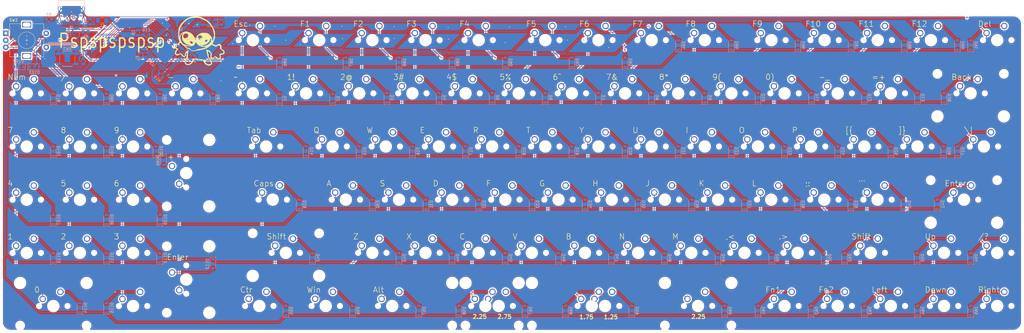
<source format=kicad_pcb>
(kicad_pcb (version 20240108) (generator "pcbnew") (generator_version "8.0")
  (layers (0 "F.Cu" signal) (31 "B.Cu" signal) (34 "B.Paste" user) (35 "F.Paste" user) (36 "B.SilkS" user "B.Silkscreen") (37 "F.SilkS" user "F.Silkscreen") (38 "B.Mask" user) (39 "F.Mask" user) (44 "Edge.Cuts" user))
  (net 0 "")
  (net 1 "GND")
  (net 2 "Net-(U3-XTAL1)")
  (net 3 "Net-(U3-XTAL2)")
  (net 4 "Net-(U3-UCAP)")
  (net 5 "+5V")
  (net 6 "Net-(D1-A)")
  (net 7 "ROW0")
  (net 8 "Net-(D2-A)")
  (net 9 "Net-(D3-A)")
  (net 10 "Net-(D4-A)")
  (net 11 "Net-(D5-A)")
  (net 12 "Net-(D6-A)")
  (net 13 "Net-(D7-A)")
  (net 14 "Net-(D8-A)")
  (net 15 "Net-(D9-A)")
  (net 16 "Net-(D10-A)")
  (net 17 "Net-(D11-A)")
  (net 18 "Net-(D12-A)")
  (net 19 "Net-(D13-A)")
  (net 20 "Net-(D14-A)")
  (net 21 "ROW1")
  (net 22 "Net-(D15-A)")
  (net 23 "Net-(D16-A)")
  (net 24 "Net-(D17-A)")
  (net 25 "Net-(D18-A)")
  (net 26 "Net-(D19-A)")
  (net 27 "Net-(D20-A)")
  (net 28 "Net-(D21-A)")
  (net 29 "Net-(D22-A)")
  (net 30 "Net-(D23-A)")
  (net 31 "Net-(D24-A)")
  (net 32 "Net-(D25-A)")
  (net 33 "Net-(D26-A)")
  (net 34 "Net-(D27-A)")
  (net 35 "Net-(D28-A)")
  (net 36 "Net-(D29-A)")
  (net 37 "ROW2")
  (net 38 "Net-(D30-A)")
  (net 39 "Net-(D31-A)")
  (net 40 "Net-(D32-A)")
  (net 41 "Net-(D33-A)")
  (net 42 "Net-(D34-A)")
  (net 43 "Net-(D35-A)")
  (net 44 "Net-(D36-A)")
  (net 45 "Net-(D37-A)")
  (net 46 "Net-(D38-A)")
  (net 47 "Net-(D39-A)")
  (net 48 "Net-(D40-A)")
  (net 49 "Net-(D41-A)")
  (net 50 "ROW3")
  (net 51 "Net-(D42-A)")
  (net 52 "Net-(D43-A)")
  (net 53 "Net-(D44-A)")
  (net 54 "Net-(D45-A)")
  (net 55 "Net-(D46-A)")
  (net 56 "Net-(D47-A)")
  (net 57 "Net-(D48-A)")
  (net 58 "Net-(D49-A)")
  (net 59 "Net-(D50-A)")
  (net 60 "Net-(D51-A)")
  (net 61 "Net-(D52-A)")
  (net 62 "Net-(D53-A)")
  (net 63 "Net-(D54-A)")
  (net 64 "ROW4")
  (net 65 "Net-(D55-A)")
  (net 66 "Net-(D56-A)")
  (net 67 "Net-(D57-A)")
  (net 68 "Net-(D58-A)")
  (net 69 "Net-(D59-A)")
  (net 70 "Net-(D60-A)")
  (net 71 "Net-(D61-A)")
  (net 72 "Net-(D62-A)")
  (net 73 "Net-(D63-A)")
  (net 74 "Net-(D64-A)")
  (net 75 "Net-(D65-A)")
  (net 76 "D-")
  (net 78 "D+")
  (net 79 "Net-(J1-CC2)")
  (net 80 "Net-(J1-CC1)")
  (net 82 "Net-(D66-I{slash}O1)")
  (net 83 "Net-(D66-I{slash}O2)")
  (net 84 "VCC")
  (net 85 "COL0")
  (net 86 "COL1")
  (net 87 "COL2")
  (net 88 "COL3")
  (net 89 "COL4")
  (net 90 "COL5")
  (net 91 "COL6")
  (net 92 "COL7")
  (net 93 "COL8")
  (net 94 "COL9")
  (net 95 "COL10")
  (net 96 "COL11")
  (net 97 "COL12")
  (net 98 "COL13")
  (net 99 "Net-(D67-A)")
  (net 100 "Net-(D68-A)")
  (net 101 "Net-(U3-~{RESET})")
  (net 102 "Net-(U3-~{HWB}{slash}PE2)")
  (net 105 "Net-(D78-A)")
  (net 106 "Net-(D80-A)")
  (net 107 "Net-(D81-A)")
  (net 108 "ROW-1")
  (net 109 "Net-(D83-A)")
  (net 110 "Net-(D86-A)")
  (net 111 "Net-(D87-A)")
  (net 112 "Net-(D88-A)")
  (net 113 "Net-(D89-A)")
  (net 114 "Net-(D90-A)")
  (net 115 "Net-(D91-A)")
  (net 116 "Net-(D92-A)")
  (net 117 "Net-(D93-A)")
  (net 118 "Net-(D94-A)")
  (net 119 "Net-(D95-A)")
  (net 120 "Net-(D96-A)")
  (net 121 "Net-(D97-A)")
  (net 122 "Net-(D98-A)")
  (net 123 "Net-(D99-A)")
  (net 124 "Net-(D102-A)")
  (net 125 "Net-(D103-A)")
  (net 126 "COL-1")
  (net 127 "COL-2")
  (net 128 "COL-3")
  (net 129 "COL-4")
  (net 130 "Net-(D101-A)")
  (net 131 "Net-(D104-A)")
  (net 132 "Net-(D105-A)")
  (net 133 "Net-(D106-A)")
  (net 134 "Net-(D107-A)")
  (net 135 "Net-(D108-A)")
  (net 136 "Net-(D109-A)")
  (net 137 "Net-(D110-A)")
  (net 138 "Net-(D111-A)")
  (net 139 "Net-(D112-A)")
  (net 140 "Net-(D113-A)")
  (net 141 "Net-(D114-A)")
  (net 142 "Net-(D115-A)")
  (footprint "PCM_marbastlib-mx:SW_MX_1u" (layer "F.Cu") (at 134.498603 260.754607)
    (property "Reference" "SW0_30" (hide yes))
    (property "Value" "2u")
  )
  (footprint "PCM_marbastlib-mx:SW_MX_1u" (layer "F.Cu") (at 286.893 241.681)
    (property "Reference" "SW3_3" (hide yes))
    (property "Value" "1u")
  )
  (footprint "PCM_marbastlib-mx:SW_MX_1u" (layer "F.Cu") (at 372.659538 222.631)
    (property "Reference" "SW2_8" (hide yes))
    (property "Value" "1u")
  )
  (footprint "PCM_marbastlib-mx:SW_MX_1u" (layer "F.Cu") (at 444.119 203.581)
    (property "Reference" "SW1_12" (hide yes))
    (property "Value" "1u")
  )
  (footprint "PCM_marbastlib-mx:STAB_MX_2u" (layer "F.Cu") (at 182.128527 251.239121 90)
    (property "Reference" "S5" (hide yes))
    (property "Value" "MX_stab")
  )
  (footprint "PCM_marbastlib-mx:SW_MX_1u" (layer "F.Cu") (at 163.073603 184.554607)
    (property "Reference" "SW-1_-7" (hide yes))
    (property "Value" "1u")
  )
  (footprint "PCM_marbastlib-mx:SW_MX_1u" (layer "F.Cu") (at 386.969 203.581)
    (property "Reference" "SW1_9" (hide yes))
    (property "Value" "1u")
  )
  (footprint "PCM_marbastlib-mx:SW_MX_1u" (layer "F.Cu") (at 144.023603 184.554607)
    (property "Reference" "SW-1_-6" (hide yes))
    (property "Value" "1u")
  )
  (footprint "PCM_marbastlib-mx:SW_MX_1u" (layer "F.Cu") (at 267.843 165.481)
    (property "Reference" "SW-1_3" (hide yes))
    (property "Value" "1u")
  )
  (footprint "PCM_marbastlib-mx:SW_MX_1u" (layer "F.Cu") (at 124.973603 184.554607)
    (property "Reference" "SW-1_-5" (hide yes))
    (property "Value" "1u")
  )
  (footprint "PCM_marbastlib-mx:SW_MX_1u" (layer "F.Cu") (at 472.694 260.731)
    (property "Reference" "SW4_10" (hide yes))
    (property "Value" "1u")
  )
  (footprint "PCM_marbastlib-mx:SW_MX_1u" (layer "F.Cu") (at 396.494 184.531)
    (property "Reference" "SW0_10" (hide yes))
    (property "Value" "1u")
  )
  (footprint "PCM_marbastlib-mx:SW_MX_1u" (layer "F.Cu") (at 396.494 260.731)
    (property "Reference" "SW4_6" (hide yes))
    (property "Value" "1u")
  )
  (footprint "PCM_marbastlib-mx:SW_MX_1u" (layer "F.Cu") (at 365.506 260.731)
    (property "Reference" "SW4_5" (hide yes))
    (property "Value" "2.25u")
  )
  (footprint "PCM_marbastlib-mx:SW_MX_1u" (layer "F.Cu") (at 286.893 165.481)
    (property "Reference" "SW-1_4" (hide yes))
    (property "Value" "1u")
  )
  (footprint "PCM_marbastlib-mx:SW_MX_1u" (layer "F.Cu") (at 344.043 241.681)
    (property "Reference" "SW3_6" (hide yes))
    (property "Value" "1u")
  )
  (footprint "PCM_marbastlib-mx:SW_MX_1u" (layer "F.Cu") (at 163.073603 203.604607)
    (property "Reference" "SW0_-7" (hide yes))
    (property "Value" "1u")
  )
  (footprint "PCM_marbastlib-mx:SW_MX_1u" (layer "F.Cu") (at 291.719 203.581)
    (property "Reference" "SW1_4" (hide yes))
    (property "Value" "1u")
  )
  (footprint "PCM_marbastlib-mx:STAB_MX_2.25u" (layer "F.Cu") (at 289.337749 260.731 180)
    (property "Reference" "S9" (hide yes))
    (property "Value" "MX_stab")
  )
  (footprint "PCM_marbastlib-mx:SW_MX_1u" (layer "F.Cu") (at 305.943 241.681)
    (property "Reference" "SW3_4" (hide yes))
    (property "Value" "1u")
  )
  (footprint "PCM_marbastlib-mx:SW_MX_1u" (layer "F.Cu") (at 248.793 165.481)
    (property "Reference" "SW-1_2" (hide yes))
    (property "Value" "1u")
  )
  (footprint "PCM_marbastlib-mx:SW_MX_1u" (layer "F.Cu") (at 434.594 184.531)
    (property "Reference" "SW0_12" (hide yes))
    (property "Value" "1u")
  )
  (footprint "PCM_marbastlib-mx:SW_MX_1u" (layer "F.Cu") (at 348.869 203.581)
    (property "Reference" "SW1_7" (hide yes))
    (property "Value" "1u")
  )
  (footprint "PCM_marbastlib-mx:SW_MX_1u" (layer "F.Cu") (at 415.544 184.531)
    (property "Reference" "SW0_11" (hide yes))
    (property "Value" "1u")
  )
  (footprint "PCM_marbastlib-mx:SW_MX_1u" (layer "F.Cu") (at 472.694 165.481)
    (property "Reference" "SW-1_13" (hide yes))
    (property "Value" "1u")
  )
  (footprint "PCM_marbastlib-mx:STAB_MX_2u" (layer "F.Cu") (at 134.504372 260.75509 180)
    (property "Reference" "S8" (hide yes))
    (property "Value" "MX_stab")
  )
  (footprint "PCM_marbastlib-mx:SW_MX_1u" (layer "F.Cu") (at 234.569 203.581)
    (property "Reference" "SW1_1" (hide yes))
    (property "Value" "1u")
  )
  (footprint "PCM_marbastlib-mx:SW_MX_1u" (layer "F.Cu") (at 453.644 241.681)
    (property "Reference" "SW3_11" (hide yes))
    (property "Value" "1u")
  )
  (footprint "PCM_marbastlib-mx:SW_MX_1u" (layer "F.Cu") (at 124.973603 203.604607)
    (property "Reference" "SW0_-5" (hide yes))
    (property "Value" "1u")
  )
  (footprint "PCM_marbastlib-mx:SW_MX_1u" (layer "F.Cu") (at 367.919 203.581)
    (property "Reference" "SW1_8" (hide yes))
    (property "Value" "1u")
  )
  (footprint "PCM_marbastlib-mx:SW_MX_1u" (layer "F.Cu") (at 229.743 165.481)
    (property "Reference" "SW-1_1" (hide yes))
    (property "Value" "1u")
  )
  (footprint "PCM_marbastlib-mx:SW_MX_1u" (layer "F.Cu") (at 329.819 165.481)
    (property "Reference" "SW-1_6" (hide yes))
    (property "Value" "1u")
  )
  (footprint "PCM_marbastlib-mx:STAB_MX_2.25u" (layer "F.Cu") (at 460.765788 222.631)
    (property "Reference" "S3" (hide yes))
    (property "Value" "MX_stab")
  )
  (footprint "PCM_marbastlib-mx:SW_MX_1u" (layer "F.Cu") (at 244.094 184.531)
    (property "Reference" "SW0_2" (hide yes))
    (property "Value" "1u")
  )
  (footprint "Rotary_Encoder:RotaryEncoder_Alps_EC11E-Switch_Vertical_H20mm" (layer "F.Cu") (at 117.453 163.021)
    (property "Reference" "SW2")
    (property "Value" "RotaryEncoder_Switch")
  )
  (footprint "PCM_marbastlib-mx:SW_MX_1u" (layer "F.Cu") (at 182.123603 213.129607 90)
    (property "Reference" "SW0_-8" (hide yes))
    (property "Value" "2u")
  )
  (footprint "PCM_marbastlib-mx:SW_MX_1u" (layer "F.Cu") (at 310.769 165.481)
    (property "Reference" "SW-1_5" (hide yes))
    (property "Value" "1u")
  )
  (footprint "PCM_marbastlib-mx:SW_MX_1u" (layer "F.Cu") (at 324.993 241.681)
    (property "Reference" "SW3_5" (hide yes))
    (property "Value" "1u")
  )
  (footprint "PCM_marbastlib-mx:STAB_MX_2u" (layer "F.Cu") (at 182.118 213.137749 90)
    (property "Reference" "S6" (hide yes))
    (property "Value" "MX_stab")
  )
  (footprint "PCM_marbastlib-mx:SW_MX_1u" (layer "F.Cu") (at 453.644 260.731)
    (property "Reference" "SW4_9" (hide yes))
    (property "Value" "1u")
  )
  (footprint "PCM_marbastlib-mx:SW_MX_1u" (layer "F.Cu") (at 310.769 203.581)
    (property "Reference" "SW1_5" (hide yes))
    (property "Value" "1u")
  )
  (footprint "PCM_marbastlib-mx:SW_MX_1u" (layer "F.Cu") (at 289.306 260.731)
    (property "Reference" "SW4_3" (hide yes))
    (property "Value" "2.25u")
  )
  (footprint "PCM_marbastlib-mx:SW_MX_1u" (layer "F.Cu") (at 124.973603 241.704607)
    (property "Reference" "SW0_21" (hide yes))
    (property "Value" "1u")
  )
  (footprint "PCM_marbastlib-mx:SW_MX_1.75u" (layer "F.Cu") (at 213.106 222.631)
    (property "Reference" "SW2_0" (hide yes))
    (property "Value" "1.75u")
  )
  (footprint "PCM_marbastlib-mx:SW_MX_1u" (layer "F.Cu") (at 448.945 165.481)
    (property "Reference" "SW-1_12" (hide yes))
    (property "Value" "1u")
  )
  (footprint "PCM_marbastlib-mx:SW_MX_1.25u" (layer "F.Cu") (at 332.182743 260.734957)
    (property "Reference" "SW4_4" (hide yes))
    (property "Value" "1.25u")
  )
  (footprint "PCM_marbastlib-mx:SW_MX_1u" (layer "F.Cu") (at 363.093 241.681)
    (property "Reference" "SW3_7" (hide yes))
    (property "Value" "1u")
  )
  (footprint "PCM_marbastlib-mx:SW_MX_1.25u" (layer "F.Cu") (at 232.112699 260.723545)
    (property "Reference" "SW4_1" (hide yes))
    (property "Value" "1.25u")
  )
  (footprint "PCM_marbastlib-mx:SW_MX_1u" (layer "F.Cu") (at 329.819 203.581)
    (property "Reference" "SW1_6" (hide yes))
    (property "Value" "1u")
  )
  (footprint "PCM_marbastlib-mx:SW_MX_1u" (layer "F.Cu") (at 239.309538 222.631)
    (property "Reference" "SW2_1" (hide yes))
    (property "Value" "1u")
  )
  (footprint "PCM_marbastlib-mx:SW_MX_1.25u" (layer "F.Cu") (at 208.298924 260.726604)
    (property "Reference" "SW4_0" (hide yes))
    (property "Value" "1.25u")
  )
  (footprint "PCM_marbastlib-mx:SW_MX_1u" (layer "F.Cu") (at 248.793 241.681)
    (property "Reference" "SW3_1" (hide yes))
    (property "Value" "1u")
  )
  (footprint "PCM_marbastlib-mx:STAB_MX_2u" (layer "F.Cu") (at 463.182794 184.530075)
    (property "Reference" "S7" (hide yes))
    (property "Value" "MX_stab")
  )
  (footprint "PCM_marbastlib-mx:SW_MX_1.5u" (layer "F.Cu") (at 210.744915 203.5839)
    (property "Reference" "SW1_0" (hide yes))
    (property "Value" "1.5u")
  )
  (footprint "PCM_marbastlib-mx:STAB_MX_2.25u" (layer "F.Cu") (at 365.537749 260.731 180)
    (property "Reference" "S1" (hide yes))
    (property "Value" "MX_stab")
  )
  (footprint "PCM_marbastlib-mx:SW_MX_1u" (layer "F.Cu") (at 182.123603 184.554607)
    (property "Reference" "SW-1_-8" (hide yes))
    (property "Value" "1u")
  )
  (footprint "PCM_marbastlib-mx:STAB_MX_2.25u" (layer "F.Cu") (at 217.836749 241.681)
    (property "Reference" "S4" (hide yes))
    (property "Value" "MX_stab")
  )
  (footprint "PCM_marbastlib-mx:SW_MX_1u" (layer "F.Cu") (at 163.073603 260.754607)
    (property "Reference" "SW0_31" (hide yes))
    (property "Value" "1u")
  )
  (footprint "PCM_marbastlib-mx:SW_MX_1u" (layer "F.Cu") (at 406.019 203.581)
    (property "Reference" "SW1_10" (hide yes))
    (property "Value" "1u")
  )
  (footprint "PCM_marbastlib-mx:SW_MX_1u" (layer "F.Cu") (at 282.194 184.531)
    (property "Reference" "SW0_4" (hide yes))
    (property "Value" "1u")
  )
  (footprint "PCM_marbastlib-mx:SW_MX_1u" (layer "F.Cu") (at 334.559538 222.631)
    (property "Reference" "SW2_6" (hide yes))
    (property "Value" "1u")
  )
  (footprint "PCM_marbastlib-mx:SW_MX_1u" (layer "F.Cu") (at 410.845 165.481)
    (property "Reference" "SW-1_10" (hide yes))
    (property "Value" "1u")
  )
  (footprint "PCM_marbastlib-mx:SW_MX_1u" (layer "F.Cu") (at 205.994 165.481)
    (property "Reference" "SW-1_0" (hide yes))
    (property "Value" "1u")
  )
  (footprint "PCM_marbastlib-mx:SW_MX_1.75u" (layer "F.Cu") (at 427.395948 241.676846)
    (property "Reference" "SW3_10" (hide yes))
    (property "Value" "1.75u")
  )
  (footprint "PCM_marbastlib-mx:SW_MX_1u" (layer "F.Cu") (at 377.444 184.531)
    (property "Reference" "SW0_9" (hide yes))
    (property "Value" "1u")
  )
  (footprint "PCM_marbastlib-mx:SW_MX_1u" (layer "F.Cu") (at 358.394 184.531)
    (property "Reference" "SW0_8" (hide yes))
    (property "Value" "1u")
  )
  (footprint "PCM_marbastlib-mx:SW_MX_1.25u" (layer "F.Cu") (at 255.923924 260.726604)
    (property "Reference" "SW4_2" (hide yes))
    (property "Value" "1.25u")
  )
  (footprint "PCM_marbastlib-mx:SW_MX_1u" (layer "F.Cu") (at 258.359538 222.631)
    (property "Reference" "SW2_2" (hide yes))
    (property "Value" "1u")
  )
  (footprint "PCM_marbastlib-mx:SW_MX_1u" (layer "F.Cu") (at 144.023603 222.654607)
    (property "Reference" "SW0_16" (hide yes))
    (property "Value" "1u")
  )
  (footprint "customFootprint:logo1" (layer "F.Cu") (at 186.69 165.608)
    (property "Reference" "G***")
    (property "Value" "LOGO" (hide yes))
  )
  (footprint "PCM_marbastlib-mx:SW_MX_1u" (layer "F.Cu") (at 263.144 184.531)
    (property "Reference" "SW0_3" (hide yes))
    (property "Value" "1u")
  )
  (footprint "PCM_marbastlib-mx:SW_MX_1u" (layer "F.Cu") (at 272.669 203.581)
    (property "Reference" "SW1_3" (hide yes))
    (property "Value" "1u")
  )
  (footprint "PCM_marbastlib-mx:SW_MX_1u" (layer "F.Cu") (at 301.244 184.531)
    (property "Reference" "SW0_5" (hide yes))
    (property "Value" "1u")
  )
  (footprint "PCM_marbastlib-mx:SW_MX_1u" (layer "F.Cu") (at 382.143 241.681)
    (property "Reference" "SW3_8" (hide yes))
    (property "Value" "1u")
  )
  (footprint "PCM_marbastlib-mx:SW_MX_1u" (layer "F.Cu") (at 434.594 260.731)
    (property "Reference" "SW4_8" (hide yes))
    (property "Value" "1u")
  )
  (footprint "PCM_marbastlib-mx:SW_MX_1u" (layer "F.Cu") (at 429.895 165.481)
    (property "Reference" "SW-1_11" (hide yes))
    (property "Value" "1u")
  )
  (footprint "PCM_marbastlib-mx:SW_MX_1u" (layer "F.Cu") (at 339.344 184.531)
    (property "Reference" "SW0_7" (hide yes))
    (property "Value" "1u")
  )
  (footprint "PCM_marbastlib-mx:SW_MX_1u" (layer "F.Cu") (at 315.509538 222.631)
    (property "Reference" "SW2_5" (hide yes))
    (property "Value" "1u")
  )
  (footprint "PCM_marbastlib-mx:SW_MX_1u" (layer "F.Cu") (at 463.169 184.531)
    (property "Reference" "SW0_13" (hide yes))
    (property "Value" "2u")
  )
  (footprint "PCM_marbastlib-mx:SW_MX_1u" (layer "F.Cu") (at 182.143277 251.252452 90)
    (property "Reference" "SW0_29" (hide yes))
    (property "Value" "2u")
  )
  (footprint "PCM_marbastlib-mx:SW_MX_1u" (layer "F.Cu") (at 320.294 184.531)
    (property "Reference" "SW0_6" (hide yes))
    (property "Value" "1u")
  )
  (footprint "PCM_marbastlib-mx:SW_MX_1u" (layer "F.Cu") (at 472.694 241.681)
    (property "Reference" "SW3_12" (hide yes))
    (property "Value" "1u")
  )
  (footprint "PCM_marbastlib-mx:SW_MX_1u" (layer "F.Cu") (at 217.805 241.681)
    (property "Reference" "SW3_0" (hide yes))
    (property "Value" "2.25u")
  )
  (footprint "PCM_marbastlib-mx:SW_MX_1u" (layer "F.Cu") (at 367.919 165.481)
    (property "Reference" "SW-1_8" (hide yes))
    (property "Value" "1u")
  )
  (footprint "PCM_marbastlib-mx:SW_MX_1u" (layer "F.Cu") (at 144.023603 241.704607)
    (property "Reference" "SW0_26" (hide yes))
    (property "Value" "1u")
  )
  (footprint "PCM_marbastlib-mx:SW_MX_1u" (layer "F.Cu") (at 225.044 184.531)
    (property "Reference" "SW0_1" (hide yes))
    (property "Value" "1u")
  )
  (footprint "PCM_marbastlib-mx:SW_MX_1u" (layer "F.Cu") (at 205.994 184.531)
    (property "Reference" "SW0_0" (hide yes))
    (property "Value" "1u")
  )
  (footprint "PCM_marbastlib-mx:SW_MX_1.75u" (layer "F.Cu") (at 327.438324 260.729822)
    (property "Reference" "SW4_12" (hide yes))
    (property "Value" "1.75u")
  )
  (footprint "PCM_marbastlib-mx:SW_MX_1u" (layer "F.Cu") (at 348.869 165.481)
    (property "Reference" "SW-1_7" (hide yes))
    (property "Value" "1u")
  )
  (footprint "PCM_marbastlib-mx:SW_MX_1u" (layer "F.Cu") (at 163.073603 241.704607)
    (property "Reference" "SW0_28" (hide yes))
    (property "Value" "1u")
  )
  (footprint "PCM_marbastlib-mx:SW_MX_1u" (layer "F.Cu") (at 277.409538 222.631)
    (property "Reference" "SW2_3" (hide yes))
    (property "Value" "1u")
  )
  (footprint "PCM_marbastlib-mx:SW_MX_1.5u" (layer "F.Cu") (at 467.929717 203.579119)
    (property "Reference" "SW1_13" (hide yes))
    (property "Value" "1.5u")
  )
  (footprint "PCM_marbastlib-mx:SW_MX_1u" (layer "F.Cu") (at 163.073603 222.654607)
    (property "Reference" "SW0_17" (hide yes))
    (property "Value" "1u")
  )
  (footprint "PCM_marbastlib-mx:SW_MX_1u" (layer "F.Cu") (at 429.809538 222.631)
    (property "Reference" "SW2_11" (hide yes))
    (property "Value" "1u")
  )
  (footprint "PCM_marbastlib-mx:SW_MX_1u" (layer "F.Cu") (at 253.619 203.581)
    (property "Reference" "SW1_2" (hide yes))
    (property "Value" "1u")
  )
  (footprint "PCM_marbastlib-mx:SW_MX_1u" (layer "F.Cu") (at 124.973603 222.654607)
    (property "Reference" "SW0_15" (hide yes))
    (property "Value" "1u")
  )
  (footprint "PCM_marbastlib-mx:SW_MX_1u" (layer "F.Cu") (at 296.459538 222.631)
    (property "Reference" "SW2_4" (hide yes))
    (property "Value" "1u")
  )
  (footprint "PCM_marbastlib-mx:SW_MX_1u" (layer "F.Cu") (at 415.544 260.731)
    (property "Reference" "SW4_7" (hide yes))
    (property "Value" "1u")
  )
  (footprint "PCM_marbastlib-mx:STAB_MX_2.75u" (layer "F.Cu") (at 294.076337 260.734956 180)
    (property "Reference" "S10" (hide yes))
    (property "Value" "MX_stab")
  )
  (footprint "PCM_marbastlib-mx:SW_MX_1u" (layer "F.Cu") (at 391.795 165.481)
    (property "Reference" "SW-1_9" (hide yes))
    (property "Value" "1u")
  )
  (footprint "PCM_marbastlib-mx:SW_MX_1u" (layer "F.Cu") (at 401.193 241.681)
    (property "Reference" "SW3_9" (hide yes))
    (property "Value" "1u")
  )
  (footprint "PCM_marbastlib-mx:SW_MX_1u" (layer "F.Cu") (at 267.843 241.681)
    (property "Reference" "SW3_2" (hide yes))
    (property "Value" "1u")
  )
  (footprint "PCM_marbastlib-mx:SW_MX_1u" (layer "F.Cu") (at 410.759538 222.631)
    (property "Reference" "SW2_10" (hide yes))
    (property "Value" "1u")
  )
  (footprint "PCM_marbastlib-mx:SW_MX_1u" (layer "F.Cu") (at 353.609538 222.631)
    (property "Reference" "SW2_7" (hide yes))
    (property "Value" "1u")
  )
  (footprint "PCM_marbastlib-mx:SW_MX_1u" (layer "F.Cu") (at 391.709538 222.631)
    (property "Reference" "SW2_9" (hide yes))
    (property "Value" "1u")
  )
  (footprint "PCM_marbastlib-mx:SW_MX_1u" (layer "F.Cu") (at 294.082743 260.734957)
    (property "Reference" "SW4_11" (hide yes))
    (property "Value" "2.75u")
  )
  (footprint "PCM_marbastlib-mx:SW_MX_1u" (layer "F.Cu") (at 425.069 203.581)
    (property "Reference" "SW1_11" (hide yes))
    (property "Value" "1u")
  )
  (footprint "PCM_marbastlib-mx:SW_MX_1u" (layer "F.Cu") (at 144.023603 203.604607)
    (property "Reference" "SW0_-6" (hide yes))
    (property "Value" "1u")
  )
  (footprint "PCM_marbastlib-mx:SW_MX_1u" (layer "F.Cu") (at 460.797538 222.631)
    (property "Reference" "SW2_12" (hide yes))
    (property "Value" "2.25u")
  )
  (footprint "Diode_SMD:D_SOD-123" (layer "B.Cu") (at 306.07 224.282 90)
    (property "Reference" "D33")
    (property "Value" "D_Small")
  )
  (footprint "Diode_SMD:D_SOD-123" (layer "B.Cu") (at 272.669 186.056 90)
    (property "Reference" "D4")
    (property "Value" "D_Small")
  )
  (footprint "Diode_SMD:D_SOD-123" (layer "B.Cu") (at 127.762 175.006)
    (property "Reference" "D103")
    (property "Value" "D_Small")
  )
  (footprint "Diode_SMD:D_SOD-123" (layer "B.Cu") (at 348.869 186.055 90)
    (property "Reference" "D8")
    (property "Value" "D_Small")
  )
  (footprint "Diode_SMD:D_SOD-123" (layer "B.Cu") (at 310.769 186.055 90)
    (property "Reference" "D6")
    (property "Value" "D_Small")
  )
  (footprint "Diode_SMD:D_SOD-123" (layer "B.Cu") (at 463.169 262.382 90)
    (property "Reference" "D65")
    (property "Value" "D_Small")
  )
  (footprint "Diode_SMD:D_SOD-123" (layer "B.Cu") (at 217.805 262.382 90)
    (property "Reference" "D55")
    (property "Value" "D_Small")
  )
  (footprint "Diode_SMD:D_SOD-123" (layer "B.Cu") (at 286.893 224.282 90)
    (property "Reference" "D32")
    (property "Value" "D_Small")
  )
  (footprint "Diode_SMD:D_SOD-123" (layer "B.Cu") (at 375.031 262.382 90)
    (property "Reference" "D60")
    (property "Value" "D_Small")
  )
  (footprint "Diode_SMD:D_SOD-123" (layer "B.Cu") (at 315.468 243.459 90)
    (property "Reference" "D46")
    (property "Value" "D_Small")
  )
  (footprint "Diode_SMD:D_SOD-123" (layer "B.Cu") (at 372.618 243.459 90)
    (property "Reference" "D49")
    (property "Value" "D_Small")
  )
  (footprint "Diode_SMD:D_SOD-123" (layer "B.Cu") (at 415.544 205.232 90)
    (property "Reference" "D24")
    (property "Value" "D_Small")
  )
  (footprint "Resistor_SMD:R_0805_2012Metric" (layer "B.Cu") (at 146.0481 162.5092)
    (property "Reference" "R4")
    (property "Value" "5.1k")
  )
  (footprint "Diode_SMD:D_SOD-123" (layer "B.Cu") (at 279.781 262.382 90)
    (property "Reference" "D58")
    (property "Value" "D_Small")
  )
  (footprint "Diode_SMD:D_SOD-123" (layer "B.Cu") (at 386.969 262.382 90)
    (property "Reference" "D61")
    (property "Value" "D_Small")
  )
  (footprint "Diode_SMD:D_SOD-123" (layer "B.Cu") (at 134.493 205.231 90)
    (property "Reference" "D101")
    (property "Value" "D_Small")
  )
  (footprint "Diode_SMD:D_SOD-123" (layer "B.Cu") (at 358.394 205.232 90)
    (property "Reference" "D21")
    (property "Value" "D_Small")
  )
  (footprint "Resistor_SMD:R_0805_2012Metric" (layer "B.Cu") (at 172.926607 178.190285 -45)
    (property "Reference" "R10")
    (property "Value" "10k")
  )
  (footprint "Diode_SMD:D_SOD-123" (layer "B.Cu") (at 277.368 243.459 90)
    (property "Reference" "D44")
    (property "Value" "D_Small")
  )
  (footprint "Resistor_SMD:R_0805_2012Metric" (layer "B.Cu") (at 132.9436 157.988 180)
    (property "Reference" "R2")
    (property "Value" "5.1k")
  )
  (footprint "Diode_SMD:D_SOD-123" (layer "B.Cu") (at 339.3948 173.4038 90)
    (property "Reference" "D93")
    (property "Value" "D_Small")
  )
  (footprint "Diode_SMD:D_SOD-123" (layer "B.Cu") (at 241.681 262.382 90)
    (property "Reference" "D56")
    (property "Value" "D_Small")
  )
  (footprint "Diode_SMD:D_SOD-123" (layer "B.Cu") (at 358.457209 167.256187 90)
    (property "Reference" "D94")
    (property "Value" "D_Small")
  )
  (footprint "Diode_SMD:D_SOD-123" (layer "B.Cu") (at 215.52832 186.4145 90)
    (property "Reference" "D1")
    (property "Value" "D_Small")
  )
  (footprint "Diode_SMD:D_SOD-123" (layer "B.Cu") (at 122.047 175.006 180)
    (property "Reference" "D102")
    (property "Value" "D_Small")
  )
  (footprint "Diode_SMD:D_SOD-123" (layer "B.Cu") (at 172.593 243.459 90)
    (property "Reference" "D112")
    (property "Value" "D_Small")
  )
  (footprint "Diode_SMD:D_SOD-123" (layer "B.Cu") (at 410.718 243.459 90)
    (property "Reference" "D51")
    (property "Value" "D_Small")
  )
  (footprint "Resistor_SMD:R_0805_2012Metric" (layer "B.Cu") (at 164.7952 162.814 -90)
    (property "Reference" "C6")
    (property "Value" "0.1uF")
  )
  (footprint "Diode_SMD:D_SOD-123" (layer "B.Cu") (at 153.543 186.309 90)
    (property "Reference" "D80")
    (property "Value" "D_Small")
  )
  (footprint "Package_QFP:TQFP-44_10x10mm_P0.8mm" (layer "B.Cu") (at 175.26 168.783 -45)
    (property "Reference" "U3")
    (property "Value" "ATmega32U4-A")
  )
  (footprint "Connector_USB:USB_C_Receptacle_HRO_TYPE-C-31-M-12" (layer "B.Cu") (at 140.97 155.269)
    (property "Reference" "J1")
    (property "Value" "USB_C_Receptacle_USB2.0_16P" (hide yes))
  )
  (footprint "Diode_SMD:D_SOD-123" (layer "B.Cu") (at 439.293 224.282 90)
    (property "Reference" "D40")
    (property "Value" "D_Small")
  )
  (footprint "Diode_SMD:D_SOD-123" (layer "B.Cu") (at 191.643 245.618 -90)
    (property "Reference" "D113")
    (property "Value" "D_Small")
  )
  (footprint "Diode_SMD:D_SOD-123" (layer "B.Cu") (at 367.919 186.055 90)
    (property "Reference" "D9")
    (property "Value" "D_Small")
  )
  (footprint "Diode_SMD:D_SOD-123" (layer "B.Cu") (at 227.33 243.459 90)
    (property "Reference" "D42")
    (property "Value" "D_Small")
  )
  (footprint "Diode_SMD:D_SOD-123" (layer "B.Cu") (at 396.494 205.232 90)
    (property "Reference" "D23")
    (property "Value" "D_Small")
  )
  (footprint "Resistor_SMD:R_0805_2012Metric" (layer "B.Cu") (at 167.8451 163.5252 180)
    (property "Reference" "C10")
    (property "Value" "1uF")
  )
  (footprint "Diode_SMD:D_SOD-123" (layer "B.Cu") (at 451.231 224.282 90)
    (property "Reference" "D41")
    (property "Value" "D_Small")
  )
  (footprint "Diode_SMD:D_SOD-123" (layer "B.Cu") (at 453.517 205.232 90)
    (property "Reference" "D26")
    (property "Value" "D_Small")
  )
  (footprint "Diode_SMD:D_SOD-123" (layer "B.Cu") (at 172.72 229.743 90)
    (property "Reference" "D109")
    (property "Value" "D_Small")
  )
  (footprint "Diode_SMD:D_SOD-123" (layer "B.Cu") (at 258.3688 173.4048 90)
    (property "Reference" "D88")
    (property "Value" "D_Small")
  )
  (footprint "Diode_SMD:D_SOD-123" (layer "B.Cu") (at 239.3188 173.4048 90)
    (property "Reference" "D87")
    (property "Value" "D_Small")
  )
  (footprint "Diode_SMD:D_SOD-123" (layer "B.Cu") (at 453.644 186.055 90)
    (property "Reference" "D28")
    (property "Value" "D_Small")
  )
  (footprint "Diode_SMD:D_SOD-123" (layer "B.Cu") (at 291.719 186.055 90)
    (property "Reference" "D5")
    (property "Value" "D_Small")
  )
  (footprint "Diode_SMD:D_SOD-123" (layer "B.Cu") (at 225.044 205.232 90)
    (property "Reference" "D14")
    (property "Value" "D_Small")
  )
  (footprint "Diode_SMD:D_SOD-123" (layer "B.Cu") (at 391.922 243.458 90)
    (property "Reference" "D50")
    (property "Value" "D_Small")
  )
  (footprint "Diode_SMD:D_SOD-123" (layer "B.Cu") (at 320.294 205.232 90)
    (property "Reference" "D19")
    (property "Value" "D_Small")
  )
  (footprint "Diode_SMD:D_SOD-123" (layer "B.Cu") (at 153.543 261.365 90)
    (property "Reference" "D115")
    (property "Value" "D_Small")
  )
  (footprint "Diode_SMD:D_SOD-123" (layer "B.Cu") (at 134.493 186.308 90)
    (property "Reference" "D78")
    (property "Value" "D_Small")
  )
  (footprint "Diode_SMD:D_SOD-123" (layer "B.Cu") (at 434.594 205.232 90)
    (property "Reference" "D25")
    (property "Value" "D_Small")
  )
  (footprint "Diode_SMD:D_SOD-123" (layer "B.Cu") (at 382.143 224.282 90)
    (property "Reference" "D37")
    (property "Value" "D_Small")
  )
  (footprint "Diode_SMD:D_SOD-123" (layer "B.Cu") (at 258.318 243.458 90)
    (property "Reference" "D43")
    (property "Value" "D_Small")
  )
  (footprint "Resistor_SMD:R_0805_2012Metric" (layer "B.Cu") (at 145.2372 173.0756 -90)
    (property "Reference" "R7")
    (property "Value" "10k")
  )
  (footprint "Resistor_SMD:R_0805_2012Metric" (layer "B.Cu") (at 184.4548 171.6532 45)
    (property "Reference" "C4")
    (property "Value" "0.1uF")
  )
  (footprint "Diode_SMD:D_SOD-123" (layer "B.Cu") (at 234.57832 186.4145 90)
    (property "Reference" "D2")
    (property "Value" "D_Small")
  )
  (footprint "Diode_SMD:D_SOD-123" (layer "B.Cu") (at 444.119 186.055 90)
    (property "Reference" "D13")
    (property "Value" "D_Small")
  )
  (footprint "Diode_SMD:D_SOD-123" (layer "B.Cu") (at 320.3448 173.4038 90)
    (property "Reference" "D92")
    (property "Value" "D_Small")
  )
  (footprint "Diode_SMD:D_SOD-123" (layer "B.Cu") (at 277.4188 173.4048 90)
    (property "Reference" "D89")
    (property "Value" "D_Small")
  )
  (footprint "Diode_SMD:D_SOD-123" (layer "B.Cu") (at 463.169 167.259 90)
    (property "Reference" "D91")
    (property "Value" "D_Small")
  )
  (footprint "Diode_SMD:D_SOD-123" (layer "B.Cu") (at 222.631 224.282 90)
    (property "Reference" "D29")
    (property "Value" "D_Small")
  )
  (footprint "Diode_SMD:D_SOD-123" (layer "B.Cu") (at 339.344 205.232 90)
    (property "Reference" "D20")
    (property "Value" "D_Small")
  )
  (footprint "Crystal:Crystal_SMD_3225-4Pin_3.2x2.5mm" (layer "B.Cu") (at 191.3695 159.0275 180)
    (property "Reference" "Y2" (hide yes))
    (property "Value" "16MHz" (hide yes))
  )
  (footprint "Resistor_SMD:R_0805_2012Metric" (layer "B.Cu") (at 165.9636 170.7388 -45)
    (property "Reference" "C5")
    (property "Value" "0.1uF")
  )
  (footprint "Resistor_SMD:R_0805_2012Metric" (layer "B.Cu") (at 181.102 160.2505 -45)
    (property "Reference" "C7")
    (property "Value" "10uF")
  )
  (footprint "Resistor_SMD:R_0805_2012Metric" (layer "B.Cu") (at 146.0481 164.5412)
    (property "Reference" "R1")
    (property "Value" "5.1k")
  )
  (footprint "Diode_SMD:D_SOD-123" (layer "B.Cu") (at 191.643 186.309 90)
    (property "Reference" "D83")
    (property "Value" "D_Small")
  )
  (footprint "Diode_SMD:D_SOD-123" (layer "B.Cu") (at 363.22 224.282 90)
    (property "Reference" "D36")
    (property "Value" "D_Small")
  )
  (footprint "Diode_SMD:D_SOD-123" (layer "B.Cu") (at 420.37 167.259 90)
    (property "Reference" "D97")
    (property "Value" "D_Small")
  )
  (footprint "Diode_SMD:D_SOD-123" (layer "B.Cu") (at 406.019 262.382 90)
    (property "Reference" "D62")
    (property "Value" "D_Small")
  )
  (footprint "Diode_SMD:D_SOD-123" (layer "B.Cu") (at 377.444 167.259 90)
    (property "Reference" "D95")
    (property "Value" "D_Small")
  )
  (footprint "Package_TO_SOT_SMD:SOT-143" (layer "B.Cu") (at 142.1892 163.5252 -90)
    (property "Reference" "D66")
    (property "Value" "PRTR5V0U2X")
  )
  (footprint "Diode_SMD:D_SOD-123" (layer "B.Cu") (at 267.97 224.282 90)
    (property "Reference" "D31")
    (property "Value" "D_Small")
  )
  (footprint "Diode_SMD:D_SOD-123" (layer "B.Cu") (at 377.444 205.232 90)
    (property "Reference" "D22")
    (property "Value" "D_Small")
  )
  (footprint "Diode_SMD:D_SOD-123" (layer "B.Cu") (at 173.99 208.534 -90)
    (property "Reference" "D106")
    (property "Value" "D_Small")
  )
  (footprint "Diode_SMD:D_SOD-123" (layer "B.Cu") (at 444.119 262.382 90)
    (property "Reference" "D64")
    (property "Value" "D_Small")
  )
  (footprint "Diode_SMD:D_SOD-123" (layer "B.Cu") (at 401.32 167.259 90)
    (property "Reference" "D96")
    (property "Value" "D_Small")
  )
  (footprint "Diode_SMD:D_SOD-123" (layer "B.Cu") (at 296.418 243.459 90)
    (property "Reference" "D45")
    (property "Value" "D_Small")
  )
  (footprint "Diode_SMD:D_SOD-123" (layer "B.Cu") (at 334.518 243.459 90)
    (property "Reference" "D47")
    (property "Value" "D_Small")
  )
  (footprint "Diode_SMD:D_SOD-123" (layer "B.Cu") (at 296.4688 173.4038 90)
    (property "Reference" "D90")
    (property "Value" "D_Small")
  )
  (footprint "Diode_SMD:D_SOD-123" (layer "B.Cu") (at 153.543 243.459 90)
    (property "Reference" "D111")
    (property "Value" "D_Small")
  )
  (footprint "Fuse:Fuse_1206_3216Metric_Pad1.42x1.75mm_HandSolder" (layer "B.Cu") (at 151.9793 158.3944)
    (property "Reference" "F1")
    (property "Value" "Polyfuse_Small")
  )
  (footprint "Diode_SMD:D_SOD-123" (layer "B.Cu") (at 458.47 167.259 90)
    (property "Reference" "D99")
    (property "Value" "D_Small")
  )
  (footprint "Diode_SMD:D_SOD-123" (layer "B.Cu") (at 443.992 243.459 90)
    (property "Reference" "D53")
    (property "Value" "D_Small")
  )
  (footprint "Diode_SMD:D_SOD-123" (layer "B.Cu") (at 263.144 205.231 90)
    (property "Reference" "D16")
    (property "Value" "D_Small")
  )
  (footprint "Diode_SMD:D_SOD-123" (layer "B.Cu") (at 215.5698 173.4048 90)
    (property "Reference" "D86")
    (property "Value" "D_Small")
  )
  (footprint "Button_Switch_SMD:SW_SPST_SKQG_WithStem" (layer "B.Cu") (at 139.521 172.14 180)
    (property "Reference" "SW3")
    (property "Value" "SW_Push")
  )
  (footprint "Diode_SMD:D_SOD-123" (layer "B.Cu") (at 318.008 262.382 90)
    (property "Reference" "D68")
    (property "Value" "D_Small")
  )
  (footprint "Diode_SMD:D_SOD-123" (layer "B.Cu") (at 344.043 224.282 90)
    (property "Reference" "D35")
    (property "Value" "D_Small")
  )
  (footprint "Resistor_SMD:R_0805_2012Metric" (layer "B.Cu") (at 147.7264 158.8516 -90)
    (property "Reference" "R3")
    (property "Value" "5.1k")
  )
  (footprint "Diode_SMD:D_SOD-123" (layer "B.Cu") (at 134.493 243.458 90)
    (property "Reference" "D110")
    (property "Value" "D_Small")
  )
  (footprint "Resistor_SMD:R_0805_2012Metric" (layer "B.Cu") (at 194.671501 159.0275 -90)
    (property "Reference" "C8" (hide yes))
    (property "Value" "22pF" (hide yes))
  )
  (footprint "Diode_SMD:D_SOD-123" (layer "B.Cu") (at 329.819 186.056 90)
    (property "Reference" "D7")
    (property "Value" "D_Small")
  )
  (footprint "Diode_SMD:D_SOD-123" (layer "B.Cu") (at 265.43 262.382 90)
    (property "Reference" "D57")
    (property "Value" "D_Small")
  )
  (footprint "Diode_SMD:D_SOD-123" (layer "B.Cu") (at 134.493 229.743 90)
    (property "Reference" "D107")
    (property "Value" "D_Small")
  )
  (footprint "Diode_SMD:D_SOD-123" (layer "B.Cu") (at 420.243 224.282 90)
    (property "Reference" "D39")
    (property "Value" "D_Small")
  )
  (footprint "Diode_SMD:D_SOD-123" (layer "B.Cu") (at 153.543 229.743 90)
    (property "Reference" "D108")
    (property "Value" "D_Small")
  )
  (footprint "Diode_SMD:D_SOD-123" (layer "B.Cu") (at 248.793 224.282 90)
    (property "Reference" "D30")
    (property "Value" "D_Small")
  )
  (footprint "Diode_SMD:D_SOD-123" (layer "B.Cu") (at 425.069 262.382 90)
    (property "Reference" "D63")
    (property "Value" "D_Small")
  )
  (footprint "Diode_SMD:D_SOD-123" (layer "B.Cu") (at 439.42 167.259 90)
    (property "Reference" "D98")
    (property "Value" "D_Small")
  )
  (footprint "Diode_SMD:D_SOD-123" (layer "B.Cu") (at 401.193 224.282 90)
    (property "Reference" "D38")
    (property "Value" "D_Small")
  )
  (footprint "Diode_SMD:D_SOD-123" (layer "B.Cu") (at 282.194 205.232 90)
    (property "Reference" "D17")
    (property "Value" "D_Small")
  )
  (footprint "Resistor_SMD:R_0805_2012Metric" (layer "B.Cu") (at 188.044001 159.0275 90)
    (property "Reference" "C9" (hide yes))
    (property "Value" "22pF" (hide yes))
  )
  (footprint "Diode_SMD:D_SOD-123" (layer "B.Cu") (at 303.53 262.382 90)
    (property "Reference" "D67")
    (property "Value" "D_Small")
  )
  (footprint "Diode_SMD:D_SOD-123" (layer "B.Cu") (at 353.441 243.459 90)
    (property "Reference" "D48")
    (property "Value" "D_Small")
  )
  (footprint "Diode_SMD:D_SOD-123" (layer "B.Cu") (at 341.757 262.382 90)
    (property "Reference" "D59")
    (property "Value" "D_Small")
  )
  (footprint "Diode_SMD:D_SOD-123" (layer "B.Cu") (at 463.169 243.459 90)
    (property "Reference" "D54")
    (property "Value" "D_Small")
  )
  (footprint "Diode_SMD:D_SOD-123" (layer "B.Cu") (at 386.969 186.055 90)
    (property "Reference" "D10")
    (property "Value" "D_Small")
  )
  (footprint "Diode_SMD:D_SOD-123" (layer "B.Cu") (at 254 186.056 90)
    (property "Reference" "D3")
    (property "Value" "D_Small")
  )
  (footprint "Diode_SMD:D_SOD-123" (layer "B.Cu") (at 301.244 205.232 90)
    (property "Reference" "D18")
    (property "Value" "D_Small")
  )
  (footprint "Diode_SMD:D_SOD-123" (layer "B.Cu") (at 324.993 224.282 90)
    (property "Reference" "D34")
    (property "Value" "D_Small")
  )
  (footprint "Diode_SMD:D_SOD-123" (layer "B.Cu") (at 153.543 205.232 90)
    (property "Reference" "D104")
    (property "Value" "D_Small")
  )
  (footprint "Diode_SMD:D_SOD-123" (layer "B.Cu") (at 171.196 205.232 90)
    (property "Reference" "D105")
    (property "Value" "D_Small")
  )
  (footprint "Diode_SMD:D_SOD-123" (layer "B.Cu") (at 144.03491 261.35941 90)
    (property "Reference" "D114")
    (property "Value" "D_Small")
  )
  (footprint "Diode_SMD:D_SOD-123" (layer "B.Cu") (at 244.094 205.232 90)
    (property "Reference" "D15")
    (property "Value" "D_Small")
  )
  (footprint "Diode_SMD:D_SOD-123" (layer "B.Cu") (at 417.957 243.459 90)
    (property "Reference" "D52")
    (property "Value" "D_Small")
  )
  (footprint "Diode_SMD:D_SOD-123" (layer "B.Cu") (at 172.593 186.309 90)
    (property "Reference" "D81")
    (property "Value" "D_Small")
  )
  (footprint "Diode_SMD:D_SOD-123" (layer "B.Cu") (at 425.069 186.055 90)
    (property "Reference" "D12")
    (property "Value" "D_Small")
  )
  (footprint "Diode_SMD:D_SOD-123" (layer "B.Cu") (at 458.47 205.232 90)
    (property "Reference" "D27")
    (property "Value" "D_Small")
  )
  (footprint "Diode_SMD:D_SOD-123" (layer "B.Cu") (at 406.146 186.055 90)
    (property "Reference" "D11")
    (property "Value" "D_Small")
  )
  (gr_line (start 136.525 152.781) (end 145.421382 152.774618) (stroke (width 0.05)) (layer "Edge.Cuts"))
  (gr_arc (start 481.693999 266.445998) (mid 480.731845 268.768842) (end 478.409 269.730996) (stroke (width 0.05)) (layer "Edge.Cuts"))
  (gr_line (start 146.310382 153.663618) (end 146.304 155.592) (stroke (width 0.05)) (layer "Edge.Cuts"))
  (gr_line (start 481.694 159.766002) (end 481.694 266.446) (stroke (width 0.05)) (layer "Edge.Cuts"))
  (gr_arc (start 135.636 153.67) (mid 135.896382 153.041382) (end 136.525 152.781) (stroke (width 0.05)) (layer "Edge.Cuts"))
  (gr_arc (start 135.636 155.592) (mid 135.375618 156.220618) (end 134.747 156.481) (stroke (width 0.05)) (layer "Edge.Cuts"))
  (gr_arc (start 119.253002 269.731) (mid 116.930158 268.768846) (end 115.968004 266.446001) (stroke (width 0.05)) (layer "Edge.Cuts"))
  (gr_line (start 119.253002 156.481002) (end 134.747 156.481) (stroke (width 0.05)) (layer "Edge.Cuts"))
  (gr_arc (start 145.421382 152.774618) (mid 146.05 153.035) (end 146.310382 153.663618) (stroke (width 0.05)) (layer "Edge.Cuts"))
  (gr_line (start 478.409 269.731) (end 119.253002 269.731) (stroke (width 0.05)) (layer "Edge.Cuts"))
  (gr_arc (start 115.968003 159.766) (mid 116.930157 157.443156) (end 119.253002 156.481002) (stroke (width 0.05)) (layer "Edge.Cuts"))
  (gr_line (start 147.193 156.481) (end 478.409 156.481002) (stroke (width 0.05)) (layer "Edge.Cuts"))
  (gr_arc (start 478.409 156.481002) (mid 480.731845 157.443156) (end 481.693998 159.766002) (stroke (width 0.05)) (layer "Edge.Cuts"))
  (gr_arc (start 147.193 156.481) (mid 146.564382 156.220618) (end 146.304 155.592) (stroke (width 0.05)) (layer "Edge.Cuts"))
  (gr_line (start 135.636 155.592) (end 135.636 153.67) (stroke (width 0.05)) (layer "Edge.Cuts"))
  (gr_line (start 115.968002 266.446) (end 115.968002 159.766002) (stroke (width 0.05)) (layer "Edge.Cuts"))
  (gr_text "M" (at 356.108 234.696 0) (layer "F.SilkS") (effects (font (size 2 2) (thickness 0.2)) (justify left top)))
  (gr_text "U" (at 341.884 196.596 0) (layer "F.SilkS") (effects (font (size 2 2) (thickness 0.2)) (justify left top)))
  (gr_text "Right" (at 465.709 253.746 0) (layer "F.SilkS") (effects (font (size 2 2) (thickness 0.2)) (justify left top)))
  (gr_text ",<" (at 375.158 234.696 0) (layer "F.SilkS") (effects (font (size 2 2) (thickness 0.2)) (justify left top)))
  (gr_text "T" (at 303.784 196.596 0) (layer "F.SilkS") (effects (font (size 2 2) (thickness 0.2)) (justify left top)))
  (gr_text "Pspspspspsp" (at 136.017 168.656 0) (layer "F.SilkS") (effects (font (size 5 4) (thickness 0.5)) (justify left bottom)))
  (gr_text "1!" (at 218.059 177.546 0) (layer "F.SilkS") (effects (font (size 2 2) (thickness 0.2)) (justify left top)))
  (gr_text "Up" (at 446.659 234.696 0) (layer "F.SilkS") (effects (font (size 2 2) (thickness 0.2)) (justify left top)))
  (gr_text "/" (at 137.033 177.546 0) (layer "F.SilkS") (effects (font (size 2 2) (thickness 0.2)) (justify left top)))
  (gr_text "Alt" (at 248.92 253.746 0) (layer "F.SilkS") (effects (font (size 2 2) (thickness 0.2)) (justify left top)))
  (gr_text "5" (at 137.033 215.646 0) (layer "F.SilkS") (effects (font (size 2 2) (thickness 0.2)) (justify left top)))
  (gr_text "K" (at 365.633 215.646 0) (layer "F.SilkS") (effects (font (size 2 2) (thickness 0.2)) (justify left top)))
  (gr_text "F8" (at 360.934 158.496 0) (layer "F.SilkS") (effects (font (size 2 2) (thickness 0.2)) (justify left top)))
  (gr_text "F11" (at 422.91 158.496 0) (layer "F.SilkS") (effects (font (size 2 2) (thickness 0.2)) (justify left top)))
  (gr_text "F4" (at 279.908 158.496 0) (layer "F.SilkS") (effects (font (size 2 2) (thickness 0.2)) (justify left top)))
  (gr_text "B" (at 318.008 234.696 0) (layer "F.SilkS") (effects (font (size 2 2) (thickness 0.2)) (justify left top)))
  (gr_text "E" (at 265.684 196.596 0) (layer "F.SilkS") (effects (font (size 2 2) (thickness 0.2)) (justify left top)))
  (gr_text "0)" (at 389.509 177.546 0) (layer "F.SilkS") (effects (font (size 2 2) (thickness 0.2)) (justify left top)))
  (gr_text "Down" (at 446.659 253.746 0) (layer "F.SilkS") (effects (font (size 2 2) (thickness 0.2)) (justify left top)))
  (gr_text "3#" (at 256.159 177.546 0) (layer "F.SilkS") (effects (font (size 2 2) (thickness 0.2)) (justify left top)))
  (gr_text "F6" (at 322.834 158.496 0) (layer "F.SilkS") (effects (font (size 2 2) (thickness 0.2)) (justify left top)))
  (gr_text "9(" (at 370.459 177.546 0) (layer "F.SilkS") (effects (font (size 2 2) (thickness 0.2)) (justify left top)))
  (gr_text "'{dblquote}" (at 422.783 215.646 0) (layer "F.SilkS") (effects (font (size 2 2) (thickness 0.2)) (justify left top)))
  (gr_text "F2" (at 241.808 158.496 0) (layer "F.SilkS") (effects (font (size 2 2) (thickness 0.2)) (justify left top)))
  (gr_text "7&" (at 332.359 177.546 0) (layer "F.SilkS") (effects (font (size 2 2) (thickness 0.2)) (justify left top)))
  (gr_text "2.25" (at 365.633 265.43 0) (layer "F.SilkS") (effects (font (size 1.5 1.5) (thickness 0.3) (bold yes)) (justify bottom)))
  (gr_text "]}" (at 437.134 196.596 0) (layer "F.SilkS") (effects (font (size 2 2) (thickness 0.2)) (justify left top)))
  (gr_text "=+" (at 427.609 177.546 0) (layer "F.SilkS") (effects (font (size 2 2) (thickness 0.2)) (justify left top)))
  (gr_text "F1" (at 222.758 158.496 0) (layer "F.SilkS") (effects (font (size 2 2) (thickness 0.2)) (justify left top)))
  (gr_text "2.25" (at 287.274 265.43 0) (layer "F.SilkS") (effects (font (size 1.5 1.5) (thickness 0.3) (bold yes)) (justify bottom)))
  (gr_text "4$" (at 275.209 177.546 0) (layer "F.SilkS") (effects (font (size 2 2) (thickness 0.2)) (justify left top)))
  (gr_text "Fn2" (at 408.559 253.746 0) (layer "F.SilkS") (effects (font (size 2 2) (thickness 0.2)) (justify left top)))
  (gr_text "." (at 156.0576 253.746 0) (layer "F.SilkS") (effects (font (size 2 2) (thickness 0.2)) (justify left top)))
  (gr_text "-" (at 175.133 177.546 0) (layer "F.SilkS") (effects (font (size 2 2) (thickness 0.2)) (justify left top)))
  (gr_text "A" (at 232.283 215.646 0) (layer "F.SilkS") (effects (font (size 2 2) (thickness 0.2)) (justify left top)))
  (gr_text "2.75" (at 296.164 265.43 0) (layer "F.SilkS") (effects (font (size 1.5 1.5) (thickness 0.3) (bold yes)) (justify bottom)))
  (gr_text "6^" (at 313.309 177.546 0) (layer "F.SilkS") (effects (font (size 2 2) (thickness 0.2)) (justify left top)))
  (gr_text "\\|" (at 461.01 196.596 0) (layer "F.SilkS") (effects (font (size 2 2) (thickness 0.2)) (justify left top)))
  (gr_text "F7" (at 341.884 158.496 0) (layer "F.SilkS") (effects (font (size 2 2) (thickness 0.2)) (justify left top)))
  (gr_text "+" (at 175.26 206.121 0) (layer "F.SilkS") (effects (font (size 2 2) (thickness 0.2)) (justify left top)))
  (gr_text ".>" (at 394.208 234.696 0) (layer "F.SilkS") (effects (font (size 2 2) (thickness 0.2)) (justify left top)))
  (gr_text "F12" (at 441.96 158.496 0) (layer "F.SilkS") (effects (font (size 2 2) (thickness 0.2)) (justify left top)))
  (gr_text "F5" (at 303.784 158.496 0) (layer "F.SilkS") (effects (font (size 2 2) (thickness 0.2)) (justify left top)))
  (gr_text "3" (at 156.083 234.696 0) (layer "F.SilkS") (effects (font (size 2 2) (thickness 0.2)) (justify left top)))
  (gr_text "Q" (at 227.584 196.596 0) (layer "F.SilkS") (effects (font (size 2 2) (thickness 0.2)) (justify left top)))
  (gr_text "Shift" (at 210.82 234.696 0) (layer "F.SilkS") (effects (font (size 2 2) (thickness 0.2)) (justify left top)))
  (gr_text "G" (at 308.483 215.646 0) (layer "F.SilkS") (effects (font (size 2 2) (thickness 0.2)) (justify left top)))
  (gr_text "J" (at 346.583 215.646 0) (layer "F.SilkS") (effects (font (size 2 2) (thickness 0.2)) (justify left top)))
  (gr_text "Tab" (at 203.708 196.596 0) (layer "F.SilkS") (effects (font (size 2 2) (thickness 0.2)) (justify left top)))
  (gr_text "5%" (at 294.259 177.546 0) (layer "F.SilkS") (effects (font (size 2 2) (thickness 0.2)) (justify left top)))
  (gr_text "1.75" (at 325.501 265.557 0) (layer "F.SilkS") (effects (font (size 1.5 1.5) (thickness 0.3) (bold yes)) (justify bottom)))
  (gr_text "Enter" (at 453.771 215.646 0) (layer "F.SilkS") (effects (font (size 2 2) (thickness 0.2)) (justify left top)))
  (gr_text "H" (at 327.533 215.646 0) (layer "F.SilkS") (effects (font (size 2 2) (thickness 0.2)) (justify left top)))
  (gr_text "Esc" (at 199.009 158.496 0) (layer "F.SilkS") (effects (font (size 2 2) (thickness 0.2)) (justify left top)))
  (gr_text "1.25" (at 334.264 265.557 0) (layer "F.SilkS") (effects (font (size 1.5 1.5) (thickness 0.3) (bold yes)) (justify bottom)))
  (gr_text "8" (at 137.033 196.596 0) (layer "F.SilkS") (effects (font (size 2 2) (thickness 0.2)) (justify left top)))
  (gr_text "O" (at 379.984 196.596 0) (layer "F.SilkS") (effects (font (size 2 2) (thickness 0.2)) (justify left top)))
  (gr_text "Enter" (at 175.0568 242.062 0) (layer "F.SilkS") (effects (font (size 2 2) (thickness 0.2)) (justify left top)))
  (gr_text "R" (at 284.734 196.596 0) (layer "F.SilkS") (effects (font (size 2 2) (thickness 0.2)) (justify left top)))
  (gr_text "V" (at 298.958 234.696 0) (layer "F.SilkS") (effects (font (size 2 2) (thickness 0.2)) (justify left top)))
  (gr_text "2" (at 137.033 234.696 0) (layer "F.SilkS") (effects (font (size 2 2) (thickness 0.2)) (justify left top)))
  (gr_text "Win" (at 225.171 253.746 0) (layer "F.SilkS") (effects (font (size 2 2) (thickness 0.2)) (justify left top)))
  (gr_text "Num" (at 117.983 177.546 0) (layer "F.SilkS") (effects (font (size 2 2) (thickness 0.2)) (justify left top)))
  (gr_text "F9" (at 384.81 158.496 0) (layer "F.SilkS") (effects (font (size 2 2) (thickness 0.2)) (justify left top)))
  (gr_text "4" (at 117.983 215.646 0) (layer "F.SilkS") (effects (font (size 2 2) (thickness 0.2)) (justify left top)))
  (gr_text "[{" (at 418.084 196.596 0) (layer "F.SilkS") (effects (font (size 2 2) (thickness 0.2)) (justify left top)))
  (gr_text "F10" (at 403.86 158.496 0) (layer "F.SilkS") (effects (font (size 2 2) (thickness 0.2)) (justify left top)))
  (gr_text "D" (at 270.383 215.646 0) (layer "F.SilkS") (effects (font (size 2 2) (thickness 0.2)) (justify left top)))
  (gr_text "*" (at 156.083 177.546 0) (layer "F.SilkS") (effects (font (size 2 2) (thickness 0.2)) (justify left top)))
  (gr_text "X" (at 260.858 234.696 0) (layer "F.SilkS") (effects (font (size 2 2) (thickness 0.2)) (justify left top)))
  (gr_text "C" (at 279.908 234.696 0) (layer "F.SilkS") (effects (font (size 2 2) (thickness 0.2)) (justify left top)))
  (gr_text "0" (at 127.5588 253.746 0) (layer "F.SilkS") (effects (font (size 2 2) (thickness 0.2)) (justify left top)))
  (gr_text "2@" (at 237.109 177.546 0) (layer "F.SilkS") (effects (font (size 2 2) (thickness 0.2)) (justify left top)))
  (gr_text "F3" (at 260.858 158.496 0) (layer "F.SilkS") (effects (font (size 2 2) (thickness 0.2)) (justify left top)))
  (gr_text "N" (at 337.058 234.696 0) (layer "F.SilkS") (effects (font (size 2 2) (thickness 0.2)) (justify left top)))
  (gr_text "8*" (at 351.409 177.546 0) (layer "F.SilkS") (effects (font (size 2 2) (thickness 0.2)) (justify left top)))
  (gr_text "~" (at 199.009 177.546 0) (layer "F.SilkS") (effects (font (size 2 2) (thickness 0.2)) (justify left top)))
  (gr_text "Y" (at 322.834 196.596 0) (layer "F.SilkS") (effects (font (size 2 2) (thickness 0.2)) (justify left top)))
  (gr_text ";:" (at 403.733 215.646 0) (layer "F.SilkS") (effects (font (size 2 2) (thickness 0.2)) (justify left top)))
  (gr_text "9" (at 156.083 196.596 0) (layer "F.SilkS") (effects (font (size 2 2) (thickness 0.2)) (justify left top)))
  (gr_text "Fn1" (at 389.509 253.746 0) (layer "F.SilkS") (effects (font (size 2 2) (thickness 0.2)) (justify left top)))
  (gr_text "Left" (at 427.609 253.746 0) (layer "F.SilkS") (effects (font (size 2 2) (thickness 0.2)) (justify left top)))
  (gr_text "Shift" (at 420.37 234.696 0) (layer "F.SilkS") (effects (font (size 2 2) (thickness 0.2)) (justify left top)))
  (gr_text "W" (at 246.634 196.596 0) (layer "F.SilkS") (effects (font (size 2 2) (thickness 0.2)) (justify left top)))
  (gr_text "L" (at 384.683 215.646 0) (layer "F.SilkS") (effects (font (size 2 2) (thickness 0.2)) (justify left top)))
  (gr_text "P" (at 399.034 196.596 0) (layer "F.SilkS") (effects (font (size 2 2) (thickness 0.2)) (justify left top)))
  (gr_text "/?" (at 465.709 234.696 0) (layer "F.SilkS") (effects (font (size 2 2) (thickness 0.2)) (justify left top)))
  (gr_text "7" (at 117.983 196.596 0) (layer "F.SilkS") (effects (font (size 2 2) (thickness 0.2)) (justify left top)))
  (gr_text "S" (at 251.333 215.646 0) (layer "F.SilkS") (effects (font (size 2 2) (thickness 0.2)) (justify left top)))
  (gr_text "Z" (at 241.808 234.696 0) (layer "F.SilkS") (effects (font (size 2 2) (thickness 0.2)) (justify left top)))
  (gr_text "Del" (at 465.709 158.496 0) (layer "F.SilkS") (effects (font (size 2 2) (thickness 0.2)) (justify left top)))
  (gr_text "Ctr" (at 201.295 253.746 0) (layer "F.SilkS") (effects (font (size 2 2) (thickness 0.2)) (justify left top)))
  (gr_text "I" (at 360.934 196.596 0) (layer "F.SilkS") (effects (font (size 2 2) (thickness 0.2)) (justify left top)))
  (gr_text "6" (at 156.083 215.646 0) (layer "F.SilkS") (effects (font (size 2 2) (thickness 0.2)) (justify left top)))
  (gr_text "F" (at 289.433 215.646 0) (layer "F.SilkS") (effects (font (size 2 2) (thickness 0.2)) (justify left top)))
  (gr_text "1" (at 117.983 234.696 0) (layer "F.SilkS") (effects (font (size 2 2) (thickness 0.2)) (justify left top)))
  (gr_text "Back" (at 456.184 177.546 0) (layer "F.SilkS") (effects (font (size 2 2) (thickness 0.2)) (justify left top)))
  (gr_text "Caps" (at 206.121 215.646 0) (layer "F.SilkS") (effects (font (size 2 2) (thickness 0.2)) (justify left top)))
  (gr_text "-_" (at 408.559 177.546 0) (layer "F.SilkS") (effects (font (size 2 2) (thickness 0.2)) (justify left top)))
  (segment (start 185.607501 159.5628) (end 186.035501 159.9908) (width 0.38) (layer "F.Cu") (net 1))
  (segment (start 136.65 154.219) (end 145.29 154.219) (width 0.38) (layer "F.Cu") (net 1))
  (segment (start 136.65 154.219) (end 136.65 158.399) (width 0.38) (layer "F.Cu") (net 1))
  (segment (start 183.0832 159.5628) (end 185.607501 159.5628) (width 0.38) (layer "F.Cu") (net 1))
  (segment (start 145.29 154.219) (end 145.29 158.399) (width 0.38) (layer "F.Cu") (net 1))
  (via (at 175.006 163.576) (size 0.6) (drill 0.3) (layers "F.Cu" "B.Cu") (net 1))
  (via (at 156.972 165.608) (size 0.6) (drill 0.3) (layers "F.Cu" "B.Cu") (net 1))
  (via (at 237.998 160.528) (size 0.6) (drill 0.3) (layers "F.Cu" "B.Cu") (net 1))
  (via (at 186.035501 159.9908) (size 0.8) (drill 0.4) (layers "F.Cu" "B.Cu") (net 1))
  (via (at 222.885 167.005) (size 0.6) (drill 0.3) (layers "F.Cu" "B.Cu") (net 1))
  (via (at 204.851 160.147) (size 0.6) (drill 0.3) (layers "F.Cu" "B.Cu") (net 1))
  (via (at 318.008 160.655) (size 0.6) (drill 0.3) (layers "F.Cu" "B.Cu") (net 1))
  (via (at 183.0832 159.5628) (size 0.8) (drill 0.4) (layers "F.Cu" "B.Cu") (net 1))
  (via (at 149.098 168.656) (size 0.6) (drill 0.3) (layers "F.Cu" "B.Cu") (net 1))
  (via (at 256.667 164.846) (size 0.6) (drill 0.3) (layers "F.Cu" "B.Cu") (net 1))
  (via (at 167.894 178.308) (size 0.6) (drill 0.3) (layers "F.Cu" "B.Cu") (net 1))
  (via (at 174.498 176.784) (size 0.6) (drill 0.3) (layers "F.Cu" "B.Cu") (net 1))
  (via (at 161.798 161.036) (size 0.6) (drill 0.3) (layers "F.Cu" "B.Cu") (net 1))
  (via (at 124.968 163.957) (size 0.6) (drill 0.3) (layers "F.Cu" "B.Cu") (net 1))
  (via (at 238.125 164.973) (size 0.6) (drill 0.3) (layers "F.Cu" "B.Cu") (net 1))
  (via (at 128.524 172.085) (size 0.6) (drill 0.3) (layers "F.Cu" "B.Cu") (net 1))
  (via (at 256.54 160.655) (size 0.6) (drill 0.3) (layers "F.Cu" "B.Cu") (net 1))
  (via (at 297.942 160.782) (size 0.6) (drill 0.3) (layers "F.Cu" "B.Cu") (net 1))
  (via (at 213.868 160.528) (size 0.6) (drill 0.3) (layers "F.Cu" "B.Cu") (net 1))
  (via (at 333.502 168.148) (size 0.6) (drill 0.3) (layers "F.Cu" "B.Cu") (net 1))
  (via (at 140.97 155.321) (size 0.6) (drill 0.3) (layers "F.Cu" "B.Cu") (net 1))
  (via (at 194.564 180.086) (size 0.6) (drill 0.3) (layers "F.Cu" "B.Cu") (net 1))
  (via (at 318.643 165.481) (size 0.6) (drill 0.3) (layers "F.Cu" "B.Cu") (net 1))
  (via (at 275.971 160.909) (size 0.6) (drill 0.3) (layers "F.Cu" "B.Cu") (net 1))
  (via (at 131.445 172.085) (size 0.6) (drill 0.3) (layers "F.Cu" "B.Cu") (net 1))
  (via (at 175.641 177.927) (size 0.6) (drill 0.3) (layers "F.Cu" "B.Cu") (net 1))
  (via (at 146.304 169.672) (size 0.6) (drill 0.3) (layers "F.Cu" "B.Cu") (net 1))
  (via (at 198.755 166.624) (size 0.6) (drill 0.3) (layers "F.Cu" "B.Cu") (net 1))
  (via (at 124.968 166.878) (size 0.6) (drill 0.3) (layers "F.Cu" "B.Cu") (net 1))
  (via (at 296.418 166.37) (size 0.6) (drill 0.3) (layers "F.Cu" "B.Cu") (net 1))
  (via (at 173.609 159.385) (size 0.6) (drill 0.3) (layers "F.Cu" "B.Cu") (net 1))
  (via (at 217.805 165.481) (size 0.6) (drill 0.3) (layers "F.Cu" "B.Cu") (net 1))
  (via (at 276.098 165.1) (size 0.6) (drill 0.3) (layers "F.Cu" "B.Cu") (net 1))
  (segment (start 136.421 170.29) (end 142.621 170.29) (width 0.38) (layer "B.Cu") (net 1))
  (segment (start 178.159137 163.621121) (end 177.360107 164.420151) (width 0.38) (layer "B.Cu") (net 1))
  (segment (start 182.118936 169.985082) (end 184.077152 169.985082) (width 0.38) (layer "B.Cu") (net 1))
  (segment (start 194.671501 158.115) (end 192.532 158.115) (width 0.38) (layer "B.Cu") (net 1))
  (segment (start 172.281372 177.54505) (end 172.281372 176.287111) (width 0.38) (layer "B.Cu") (net 1))
  (segment (start 168.966746 170.550767) (end 170.57188 168.945636) (width 0.38) (layer "B.Cu") (net 1))
  (segment (start 174.291263 168.945636) (end 177.360107 165.876791) (width 0.38) (layer "B.Cu") (net 1))
  (segment (start 174.291263 168.945636) (end 170.663805 165.318176) (width 0.38) (layer "B.Cu") (net 1))
  (segment (start 177.360107 164.420151) (end 177.360106 165.226255) (width 0.38) (layer "B.Cu") (net 1))
  (segment (start 174.291262 174.277221) (end 174.291263 168.945636) (width 0.38) (layer "B.Cu") (net 1))
  (segment (start 133.1211 159.078) (end 135.971 159.078) (width 0.38) (layer "B.Cu") (net 1))
  (segment (start 168.1254 164.718) (end 166.9326 163.5252) (width 0.38) (layer "B.Cu") (net 1))
  (segment (start 166.7313 163.7265) (end 166.9326 163.5252) (width 0.38) (layer "B.Cu") (net 1))
  (segment (start 188.044001 159.94) (end 190.207 159.94) (width 0.38) (layer "B.Cu") (net 1))
  (segment (start 187.993201 159.9908) (end 188.044001 159.94) (width 0.38) (layer "B.Cu") (net 1))
  (segment (start 168.133482 171.384035) (end 166.608835 171.384035) (width 0.38) (layer "B.Cu") (net 1))
  (segment (start 177.360106 165.226255) (end 182.118935 169.985082) (width 0.38) (layer "B.Cu") (net 1))
  (segment (start 181.750265 160.895735) (end 183.0832 159.5628) (width 0.38) (layer "B.Cu") (net 1))
  (segment (start 135.971 159.078) (end 136.65 158.399) (width 0.38) (layer "B.Cu") (net 1))
  (segment (start 132.0311 157.988) (end 133.1211 159.078) (width 0.38) (layer "B.Cu") (net 1))
  (segment (start 144.22 159.314) (end 144.375 159.314) (width 0.38) (layer "B.Cu") (net 1))
  (segment (start 170.57188 168.945636) (end 174.291263 168.945636) (width 0.38) (layer "B.Cu") (net 1))
  (segment (start 190.207 159.94) (end 190.2695 159.8775) (width 0.38) (layer "B.Cu") (net 1))
  (segment (start 177.360107 165.876791) (end 177.360106 165.226255) (width 0.38) (layer "B.Cu") (net 1))
  (segment (start 137.72 159.314) (end 137.565 159.314) (width 0.38) (layer "B.Cu") (net 1))
  (segment (start 146.6551 159.7641) (end 145.29 158.399) (width 0.38) (layer "B.Cu") (net 1))
  (segment (start 173.492231 175.076252) (end 174.291262 174.277221) (width 0.38) (layer "B.Cu") (net 1))
  (segment (start 147.7264 159.7641) (end 146.6551 159.7641) (width 0.38) (layer "B.Cu") (net 1))
  (segment (start 144.375 159.314) (end 145.29 158.399) (width 0.38) (layer "B.Cu") (net 1))
  (segment (start 137.565 159.314) (end 136.65 158.399) (width 0.38) (layer "B.Cu") (net 1))
  (segment (start 168.96675 170.550767) (end 168.133482 171.384035) (width 0.38) (layer "B.Cu") (net 1))
  (segment (start 170.063629 164.718) (end 168.1254 164.718) (width 0.38) (layer "B.Cu") (net 1))
  (segment (start 190.269501 159.8775) (end 190.519501 159.8775) (width 0.38) (layer "B.Cu") (net 1))
  (segment (start 164.7952 163.7265) (end 166.7313 163.7265) (width 0.38) (layer "B.Cu") (net 1))
  (segment (start 181.747235 160.895735) (end 180.884523 160.895735) (width 0.38) (layer "B.Cu") (net 1))
  (segment (start 190.519501 159.8775) (end 192.219501 158.1775) (width 0.38) (layer "B.Cu") (net 1))
  (segment (start 170.663806 165.318177) (end 170.063629 164.718) (width 0.38) (layer "B.Cu") (net 1))
  (segment (start 184.077152 169.985082) (end 185.100035 171.007965) (width 0.38) (layer "B.Cu") (net 1))
  (segment (start 181.747235 160.895735) (end 181.750265 160.895735) (width 0.38) (layer "B.Cu") (net 1))
  (segment (start 186.035501 159.9908) (end 187.993201 159.9908) (width 0.38) (layer "B.Cu") (net 1))
  (segment (start 192.219501 158.1775) (end 192.469501 158.1775) (width 0.38) (layer "B.Cu") (net 1))
  (segment (start 172.281372 176.287111) (end 173.492233 175.07625) (width 0.38) (layer "B.Cu") (net 1))
  (segment (start 192.532 158.115) (end 192.4695 158.1775) (width 0.38) (layer "B.Cu") (net 1))
  (segment (start 180.884523 160.895735) (end 178.159138 163.62112) (width 0.38) (layer "B.Cu") (net 1))
  (segment (start 180.5686 163.4744) (end 179.290509 164.752491) (width 0.2) (layer "B.Cu") (net 2))
  (segment (start 181.134285 163.4744) (end 180.5686 163.4744) (width 0.2) (layer "B.Cu") (net 2))
  (segment (start 192.4695 159.8775) (end 194.609001 159.8775) (width 0.2) (layer "B.Cu") (net 2))
  (segment (start 183.032685 161.576) (end 181.134285 163.4744) (width 0.2) (layer "B.Cu") (net 2))
  (segment (start 194.609001 159.8775) (end 194.671501 159.94) (width 0.2) (layer "B.Cu") (net 2))
  (segment (start 190.771 161.576) (end 183.032685 161.576) (width 0.2) (layer "B.Cu") (net 2))
  (segment (start 192.4695 159.8775) (end 190.771 161.576) (width 0.2) (layer "B.Cu") (net 2))
  (segment (start 179.894429 163.0172) (end 178.724823 164.186806) (width 0.2) (layer "B.Cu") (net 3))
  (segment (start 188.044001 158.115) (end 185.9026 158.115) (width 0.2) (layer "B.Cu") (net 3))
  (segment (start 188.044001 158.115) (end 190.207 158.115) (width 0.2) (layer "B.Cu") (net 3))
  (segment (start 190.207 158.115) (end 190.2695 158.1775) (width 0.2) (layer "B.Cu") (net 3))
  (segment (start 185.9026 158.115) (end 181.0004 163.0172) (width 0.2) (layer "B.Cu") (net 3))
  (segment (start 181.0004 163.0172) (end 179.894429 163.0172) (width 0.2) (layer "B.Cu") (net 3))
  (segment (start 168.7576 163.5252) (end 170.0022 163.5252) (width 0.2) (layer "B.Cu") (net 4))
  (segment (start 170.0022 163.5252) (end 171.229491 164.752491) (width 0.2) (layer "B.Cu") (net 4))
  (segment (start 177.826796 167.599304) (end 176.173581 165.946089) (width 0.38) (layer "F.Cu") (net 5))
  (segment (start 153.0604 160.9852) (end 145.9484 168.0972) (width 0.38) (layer "F.Cu") (net 5))
  (segment (start 171.271211 167.150291) (end 172.442179 165.979324) (width 0.38) (layer "F.Cu") (net 5))
  (via (at 153.0604 160.9852) (size 0.8) (drill 0.4) (layers "F.Cu" "B.Cu") (net 5))
  (via (at 176.173581 165.946089) (size 0.8) (drill 0.4) (layers "F.Cu" "B.Cu") (net 5))
  (via (at 172.442179 165.979324) (size 0.8) (drill 0.4) (layers "F.Cu" "B.Cu") (net 5))
  (via (at 177.826796 167.599304) (size 0.8) (drill 0.4) (layers "F.Cu" "B.Cu") (net 5))
  (via (at 145.9484 168.0972) (size 0.8) (drill 0.4) (layers "F.Cu" "B.Cu") (net 5))
  (via (at 171.271211 167.150291) (size 0.8) (drill 0.4) (layers "F.Cu" "B.Cu") (net 5))
  (segment (start 181.553249 170.550768) (end 180.754219 169.751737) (width 0.38) (layer "B.Cu") (net 5))
  (segment (start 154.178 158.3944) (end 153.4668 158.3944) (width 0.38) (layer "B.Cu") (net 5))
  (segment (start 180.456765 159.605265) (end 180.456765 160.192122) (width 0.38) (layer "B.Cu") (net 5))
  (segment (start 183.300918 172.298435) (end 183.809565 172.298435) (width 0.38) (layer "B.Cu") (net 5))
  (segment (start 168.966748 167.015233) (end 169.76578 167.814265) (width 0.38) (layer "B.Cu") (net 5))
  (segment (start 145.2372 168.8084) (end 145.9484 168.0972) (width 0.38) (layer "B.Cu") (net 5))
  (segment (start 169.765778 168.620366) (end 168.401062 169.985082) (width 0.38) (layer "B.Cu") (net 5))
  (segment (start 176.173581 165.946089) (end 175.66305 165.435557) (width 0.38) (layer "B.Cu") (net 5))
  (segment (start 169.509871 161.9015) (end 171.795177 164.186806) (width 0.38) (layer "B.Cu") (net 5))
  (segment (start 157.6851 161.9015) (end 154.178 158.3944) (width 0.38) (layer "B.Cu") (net 5))
  (segment (start 157.6851 161.9015) (end 164.7952 161.9015) (width 0.38) (layer "B.Cu") (net 5))
  (segment (start 172.594206 164.985838) (end 175.66305 164.985838) (width 0.38) (layer "B.Cu") (net 5))
  (segment (start 179.982059 169.751737) (end 177.829624 167.599304) (width 0.38) (layer "B.Cu") (net 5))
  (segment (start 175.66305 164.985838) (end 177.593451 163.055436) (width 0.38) (layer "B.Cu") (net 5))
  (segment (start 177.829624 167.599304) (end 177.826796 167.599304) (width 0.38) (layer "B.Cu") (net 5))
  (segment (start 179.948116 169.751739) (end 174.057917 175.641937) (width 0.38) (layer "B.Cu") (net 5))
  (segment (start 172.442179 165.979324) (end 172.594207 165.827296) (width 0.38) (layer "B.Cu") (net 5))
  (segment (start 164.7952 161.9015) (end 169.509871 161.9015) (width 0.38) (layer "B.Cu") (net 5))
  (segment (start 169.801136 168.620366) (end 171.271211 167.150291) (width 0.38) (layer "B.Cu") (net 5))
  (segment (start 181.55325 170.550767) (end 183.300918 172.298435) (width 0.38) (layer "B.Cu") (net 5))
  (segment (start 145.2372 172.1631) (end 145.2372 168.8084) (width 0.38) (layer "B.Cu") (net 5))
  (segment (start 180.456765 160.192122) (end 177.593452 163.055435) (width 0.38) (layer "B.Cu") (net 5))
  (segment (start 153.0604 160.9852) (end 153.4668 160.5788) (width 0.38) (layer "B.Cu") (net 5))
  (segment (start 165.426848 169.985082) (end 165.318365 170.093565) (width 0.38) (layer "B.Cu") (net 5))
  (segment (start 169.765778 168.620366) (end 169.801136 168.620366) (width 0.38) (layer "B.Cu") (net 5))
  (segment (start 180.754219 169.751737) (end 179.982059 169.751737) (width 0.38) (layer "B.Cu") (net 5))
  (segment (start 175.66305 165.435557) (end 175.66305 164.985838) (width 0.38) (layer "B.Cu") (net 5))
  (segment (start 169.76578 167.814265) (end 169.765778 168.620366) (width 0.38) (layer "B.Cu") (net 5))
  (segment (start 179.982059 169.751737) (end 179.948116 169.751739) (width 0.38) (layer "B.Cu") (net 5))
  (segment (start 172.594207 165.827296) (end 172.594206 164.985838) (width 0.38) (layer "B.Cu") (net 5))
  (segment (start 168.401064 169.985082) (end 165.426848 169.985082) (width 0.38) (layer "B.Cu") (net 5))
  (segment (start 171.795176 164.186805) (end 172.594206 164.985838) (width 0.38) (layer "B.Cu") (net 5))
  (segment (start 153.4668 158.3944) (end 153.4668 160.5788) (width 0.38) (layer "B.Cu") (net 5))
  (segment (start 210.21482 179.451) (end 215.52832 184.7645) (width 0.2) (layer "B.Cu") (net 6))
  (segment (start 208.534 179.451) (end 210.21482 179.451) (width 0.2) (layer "B.Cu") (net 6))
  (segment (start 118.618 180.970258) (end 121.682258 177.906) (width 0.2) (layer "B.Cu") (net 7))
  (segment (start 166.1624 177.906) (end 171.229491 172.838909) (width 0.2) (layer "B.Cu") (net 7))
  (segment (start 234.57832 188.0645) (end 234.5915 188.0645) (width 0.2) (layer "B.Cu") (net 7))
  (segment (start 329.82 187.705) (end 329.819 187.706) (width 0.2) (layer "B.Cu") (net 7))
  (segment (start 291.718 187.706) (end 291.719 187.705) (width 0.2) (layer "B.Cu") (net 7))
  (segment (start 134.494 187.959) (end 134.493 187.958) (width 0.2) (layer "B.Cu") (net 7))
  (segment (start 329.819 187.706) (end 310.77 187.706) (width 0.2) (layer "B.Cu") (net 7))
  (segment (start 234.5915 188.0645) (end 234.95 187.706) (width 0.2) (layer "B.Cu") (net 7))
  (segment (start 120.5464 187.958) (end 118.618 186.0296) (width 0.2) (layer "B.Cu") (net 7))
  (segment (start 121.682258 177.906) (end 166.1624 177.906) (width 0.2) (layer "B.Cu") (net 7))
  (segment (start 254 187.706) (end 272.669 187.706) (width 0.2) (layer "B.Cu") (net 7))
  (segment (start 172.593 187.959) (end 153.543 187.959) (width 0.2) (layer "B.Cu") (net 7))
  (segment (start 153.543 187.959) (end 134.494 187.959) (width 0.2) (layer "B.Cu") (net 7))
  (segment (start 386.969 187.705) (end 406.146 187.705) (width 0.2) (layer "B.Cu") (net 7))
  (segment (start 310.77 187.706) (end 310.769 187.705) (width 0.2) (layer "B.Cu") (net 7))
  (segment (start 291.719 187.705) (end 310.769 187.705) (width 0.2) (layer "B.Cu") (net 7))
  (segment (start 134.493 187.958) (end 120.5464 187.958) (width 0.2) (layer "B.Cu") (net 7))
  (segment (start 272.669 187.706) (end 291.718 187.706) (width 0.2) (layer "B.Cu") (net 7))
  (segment (start 171.229491 172.838909) (end 171.229491 172.813509) (width 0.2) (layer "B.Cu") (net 7))
  (segment (start 118.618 186.0296) (end 118.618 180.970258) (width 0.2) (layer "B.Cu") (net 7))
  (segment (start 348.869 187.705) (end 367.919 187.705) (width 0.2) (layer "B.Cu") (net 7))
  (segment (start 425.069 187.705) (end 406.146 187.705) (width 0.2) (layer "B.Cu") (net 7))
  (segment (start 215.42282 187.959) (end 215.52832 188.0645) (width 0.2) (layer "B.Cu") (net 7))
  (segment (start 348.869 187.705) (end 329.82 187.705) (width 0.2) (layer "B.Cu") (net 7))
  (segment (start 453.644 187.705) (end 444.119 187.705) (width 0.2) (layer "B.Cu") (net 7))
  (segment (start 444.119 187.705) (end 425.069 187.705) (width 0.2) (layer "B.Cu") (net 7))
  (segment (start 191.643 187.959) (end 215.42282 187.959) (width 0.2) (layer "B.Cu") (net 7))
  (segment (start 215.52832 188.0645) (end 234.57832 188.0645) (width 0.2) (layer "B.Cu") (net 7))
  (segment (start 234.95 187.706) (end 254 187.706) (width 0.2) (layer "B.Cu") (net 7))
  (segment (start 367.919 187.705) (end 386.969 187.705) (width 0.2) (layer "B.Cu") (net 7))
  (segment (start 191.643 187.959) (end 172.593 187.959) (width 0.2) (layer "B.Cu") (net 7))
  (segment (start 227.584 179.451) (end 229.26482 179.451) (width 0.2) (layer "B.Cu") (net 8))
  (segment (start 229.26482 179.451) (end 234.57832 184.7645) (width 0.2) (layer "B.Cu") (net 8))
  (segment (start 249.045 179.451) (end 254 184.406) (width 0.2) (layer "B.Cu") (net 9))
  (segment (start 246.634 179.451) (end 249.045 179.451) (width 0.2) (layer "B.Cu") (net 9))
  (segment (start 267.714 179.451) (end 272.669 184.406) (width 0.2) (layer "B.Cu") (net 10))
  (segment (start 265.684 179.451) (end 267.714 179.451) (width 0.2) (layer "B.Cu") (net 10))
  (segment (start 284.734 179.451) (end 286.765 179.451) (width 0.2) (layer "B.Cu") (net 11))
  (segment (start 286.765 179.451) (end 291.719 184.405) (width 0.2) (layer "B.Cu") (net 11))
  (segment (start 303.784 179.451) (end 305.815 179.451) (width 0.2) (layer "B.Cu") (net 12))
  (segment (start 305.815 179.451) (end 310.769 184.405) (width 0.2) (layer "B.Cu") (net 12))
  (segment (start 322.834 179.451) (end 324.864 179.451) (width 0.2) (layer "B.Cu") (net 13))
  (segment (start 324.864 179.451) (end 329.819 184.406) (width 0.2) (layer "B.Cu") (net 13))
  (segment (start 343.915 179.451) (end 348.869 184.405) (width 0.2) (layer "B.Cu") (net 14))
  (segment (start 341.884 179.451) (end 343.915 179.451) (width 0.2) (layer "B.Cu") (net 14))
  (segment (start 362.965 179.451) (end 367.919 184.405) (width 0.2) (layer "B.Cu") (net 15))
  (segment (start 360.934 179.451) (end 362.965 179.451) (width 0.2) (layer "B.Cu") (net 15))
  (segment (start 379.984 179.451) (end 382.015 179.451) (width 0.2) (layer "B.Cu") (net 16))
  (segment (start 382.015 179.451) (end 386.969 184.405) (width 0.2) (layer "B.Cu") (net 16))
  (segment (start 401.192 179.451) (end 406.146 184.405) (width 0.2) (layer "B.Cu") (net 17))
  (segment (start 399.034 179.451) (end 401.192 179.451) (width 0.2) (layer "B.Cu") (net 17))
  (segment (start 420.115 179.451) (end 425.069 184.405) (width 0.2) (layer "B.Cu") (net 18))
  (segment (start 418.084 179.451) (end 420.115 179.451) (width 0.2) (layer "B.Cu") (net 18))
  (segment (start 437.134 179.451) (end 439.165 179.451) (width 0.2) (layer "B.Cu") (net 19))
  (segment (start 439.165 179.451) (end 444.119 184.405) (width 0.2) (layer "B.Cu") (net 19))
  (segment (start 225.044 203.581) (end 219.964 198.501) (width 0.2) (layer "B.Cu") (net 20))
  (segment (start 213.287815 198.501) (end 213.284915 198.5039) (width 0.2) (layer "B.Cu") (net 20))
  (segment (start 219.964 198.501) (end 213.287815 198.501) (width 0.2) (layer "B.Cu") (net 20))
  (segment (start 225.044 203.582) (end 225.044 203.581) (width 0.2) (layer "B.Cu") (net 20))
  (segment (start 396.494 206.882) (end 415.544 206.882) (width 0.2) (layer "B.Cu") (net 21))
  (segment (start 415.544 206.882) (end 434.594 206.882) (width 0.2) (layer "B.Cu") (net 21))
  (segment (start 134.493 206.881) (end 153.542 206.881) (width 0.2) (layer "B.Cu") (net 21))
  (segment (start 121.437584 206.881) (end 118.218 203.661416) (width 0.2) (layer "B.Cu") (net 21))
  (segment (start 282.193 206.881) (end 282.194 206.882) (width 0.2) (layer "B.Cu") (net 21))
  (segment (start 173.99 206.884) (end 174.049392 206.824608) (width 0.2) (layer "B.Cu") (net 21))
  (segment (start 153.542 206.881) (end 153.543 206.882) (width 0.2) (layer "B.Cu") (net 21))
  (segment (start 263.144 206.881) (end 282.193 206.881) (width 0.2) (layer "B.Cu") (net 21))
  (segment (start 174.049392 206.824608) (end 224.986608 206.824608) (width 0.2) (layer "B.Cu") (net 21))
  (segment (start 118.218 203.661416) (end 118.218 180.804572) (width 0.2) (layer "B.Cu") (net 21))
  (segment (start 134.493 206.881) (end 121.437584 206.881) (width 0.2) (layer "B.Cu") (net 21))
  (segment (start 224.986608 206.824608) (end 225.044 206.882) (width 0.2) (layer "B.Cu") (net 21))
  (segment (start 225.044 206.882) (end 244.094 206.882) (width 0.2) (layer "B.Cu") (net 21))
  (segment (start 118.218 180.804572) (end 121.516572 177.506) (width 0.2) (layer "B.Cu") (net 21))
  (segment (start 377.444 206.882) (end 396.494 206.882) (width 0.2) (layer "B.Cu") (net 21))
  (segment (start 121.516572 177.506) (end 165.405629 177.506) (width 0.2) (layer "B.Cu") (net 21))
  (segment (start 282.194 206.882) (end 301.244 206.882) (width 0.2) (layer "B.Cu") (net 21))
  (segment (start 453.517 206.882) (end 458.47 206.882) (width 0.2) (layer "B.Cu") (net 21))
  (segment (start 263.143 206.882) (end 263.144 206.881) (width 0.2) (layer "B.Cu") (net 21))
  (segment (start 244.094 206.882) (end 263.143 206.882) (width 0.2) (layer "B.Cu") (net 21))
  (segment (start 153.543 206.882) (end 171.196 206.882) (width 0.2) (layer "B.Cu") (net 21))
  (segment (start 173.988 206.882) (end 173.99 206.884) (width 0.2) (layer "B.Cu") (net 21))
  (segment (start 301.244 206.882) (end 320.294 206.882) (width 0.2) (layer "B.Cu") (net 21))
  (segment (start 165.405629 177.506) (end 170.663806 172.247823) (width 0.2) (layer "B.Cu") (net 21))
  (segment (start 171.196 206.882) (end 173.988 206.882) (width 0.2) (layer "B.Cu") (net 21))
  (segment (start 339.344 206.882) (end 358.394 206.882) (width 0.2) (layer "B.Cu") (net 21))
  (segment (start 434.594 206.882) (end 453.517 206.882) (width 0.2) (layer "B.Cu") (net 21))
  (segment (start 320.294 206.882) (end 339.344 206.882) (width 0.2) (layer "B.Cu") (net 21))
  (segment (start 358.394 206.882) (end 377.444 206.882) (width 0.2) (layer "B.Cu") (net 21))
  (segment (start 237.109 198.501) (end 239.013 198.501) (width 0.2) (layer "B.Cu") (net 22))
  (segment (start 239.013 198.501) (end 244.094 203.582) (width 0.2) (layer "B.Cu") (net 22))
  (segment (start 256.159 198.501) (end 258.064 198.501) (width 0.2) (layer "B.Cu") (net 23))
  (segment (start 258.064 198.501) (end 263.144 203.581) (width 0.2) (layer "B.Cu") (net 23))
  (segment (start 275.209 198.501) (end 277.113 198.501) (width 0.2) (layer "B.Cu") (net 24))
  (segment (start 277.113 198.501) (end 282.194 203.582) (width 0.2) (layer "B.Cu") (net 24))
  (segment (start 296.163 198.501) (end 301.244 203.582) (width 0.2) (layer "B.Cu") (net 25))
  (segment (start 294.259 198.501) (end 296.163 198.501) (width 0.2) (layer "B.Cu") (net 25))
  (segment (start 313.309 198.501) (end 315.213 198.501) (width 0.2) (layer "B.Cu") (net 26))
  (segment (start 315.213 198.501) (end 320.294 203.582) (width 0.2) (layer "B.Cu") (net 26))
  (segment (start 332.359 198.501) (end 334.263 198.501) (width 0.2) (layer "B.Cu") (net 27))
  (segment (start 334.263 198.501) (end 339.344 203.582) (width 0.2) (layer "B.Cu") (net 27))
  (segment (start 351.409 198.501) (end 353.313 198.501) (width 0.2) (layer "B.Cu") (net 28))
  (segment (start 353.313 198.501) (end 358.394 203.582) (width 0.2) (layer "B.Cu") (net 28))
  (segment (start 372.363 198.501) (end 377.444 203.582) (width 0.2) (layer "B.Cu") (net 29))
  (segment (start 370.459 198.501) (end 372.363 198.501) (width 0.2) (layer "B.Cu") (net 29))
  (segment (start 391.413 198.501) (end 396.494 203.582) (width 0.2) (layer "B.Cu") (net 30))
  (segment (start 389.509 198.501) (end 391.413 198.501) (width 0.2) (layer "B.Cu") (net 30))
  (segment (start 408.559 198.501) (end 410.463 198.501) (width 0.2) (layer "B.Cu") (net 31))
  (segment (start 410.463 198.501) (end 415.544 203.582) (width 0.2) (layer "B.Cu") (net 31))
  (segment (start 427.609 198.501) (end 429.513 198.501) (width 0.2) (layer "B.Cu") (net 32))
  (segment (start 429.513 198.501) (end 434.594 203.582) (width 0.2) (layer "B.Cu") (net 32))
  (segment (start 448.436 198.501) (end 453.517 203.582) (width 0.2) (layer "B.Cu") (net 33))
  (segment (start 446.659 198.501) (end 448.436 198.501) (width 0.2) (layer "B.Cu") (net 33))
  (segment (start 470.469717 198.499119) (end 463.552881 198.499119) (width 0.2) (layer "B.Cu") (net 34))
  (segment (start 463.552881 198.499119) (end 458.47 203.582) (width 0.2) (layer "B.Cu") (net 34))
  (segment (start 458.598 179.451) (end 453.644 184.405) (width 0.2) (layer "B.Cu") (net 35))
  (segment (start 465.709 179.451) (end 458.598 179.451) (width 0.2) (layer "B.Cu") (net 35))
  (segment (start 217.55 217.551) (end 222.631 222.632) (width 0.2) (layer "B.Cu") (net 36))
  (segment (start 215.646 217.551) (end 217.55 217.551) (width 0.2) (layer "B.Cu") (net 36))
  (segment (start 420.243 225.932) (end 439.293 225.932) (width 0.2) (layer "B.Cu") (net 37))
  (segment (start 121.350886 177.106) (end 164.6764 177.106) (width 0.2) (layer "B.Cu") (net 37))
  (segment (start 170.08678 171.682138) (end 170.09812 171.682138) (width 0.2) (layer "B.Cu") (net 37))
  (segment (start 305.435 225.932) (end 324.993 225.932) (width 0.2) (layer "B.Cu") (net 37))
  (segment (start 363.22 225.932) (end 382.143 225.932) (width 0.2) (layer "B.Cu") (net 37))
  (segment (start 401.193 225.932) (end 420.243 225.932) (width 0.2) (layer "B.Cu") (net 37))
  (segment (start 305.435 225.932) (end 306.07 225.932) (width 0.2) (layer "B.Cu") (net 37))
  (segment (start 170.09812 171.68428) (end 170.09812 171.682138) (width 0.2) (layer "B.Cu") (net 37))
  (segment (start 248.793 225.932) (end 267.97 225.932) (width 0.2) (layer "B.Cu") (net 37))
  (segment (start 134.493 231.393) (end 125.3606 231.393) (width 0.2) (layer "B.Cu") (net 37))
  (segment (start 267.97 225.932) (end 286.893 225.932) (width 0.2) (layer "B.Cu") (net 37))
  (segment (start 286.893 225.932) (end 305.435 225.932) (width 0.2) (layer "B.Cu") (net 37))
  (segment (start 439.293 225.932) (end 451.231 225.932) (width 0.2) (layer "B.Cu") (net 37))
  (segment (start 125.3606 231.393) (end 117.818 223.8504) (width 0.2) (layer "B.Cu") (net 37))
  (segment (start 172.72 231.393) (end 217.17 231.393) (width 0.2) (layer "B.Cu") (net 37))
  (segment (start 217.17 231.393) (end 222.631 225.932) (width 0.2) (layer "B.Cu") (net 37))
  (segment (start 172.72 231.393) (end 153.543 231.393) (width 0.2) (layer "B.Cu") (net 37))
  (segment (start 134.493 231.393) (end 153.543 231.393) (width 0.2) (layer "B.Cu") (net 37))
  (segment (start 222.631 225.932) (end 248.793 225.932) (width 0.2) (layer "B.Cu") (net 37))
  (segment (start 117.818 180.638886) (end 121.350886 177.106) (width 0.2) (layer "B.Cu") (net 37))
  (segment (start 164.6764 177.106) (end 170.09812 171.68428) (width 0.2) (layer "B.Cu") (net 37))
  (segment (start 344.043 225.932) (end 363.22 225.932) (width 0.2) (layer "B.Cu") (net 37))
  (segment (start 117.818 223.8504) (end 117.818 180.638886) (width 0.2) (layer "B.Cu") (net 37))
  (segment (start 382.143 225.932) (end 401.193 225.932) (width 0.2) (layer "B.Cu") (net 37))
  (segment (start 324.993 225.932) (end 344.043 225.932) (width 0.2) (layer "B.Cu") (net 37))
  (segment (start 243.712 217.551) (end 248.793 222.632) (width 0.2) (layer "B.Cu") (net 38))
  (segment (start 241.849538 217.551) (end 243.712 217.551) (width 0.2) (layer "B.Cu") (net 38))
  (segment (start 262.889 217.551) (end 267.97 222.632) (width 0.2) (layer "B.Cu") (net 39))
  (segment (start 260.899538 217.551) (end 262.889 217.551) (width 0.2) (layer "B.Cu") (net 39))
  (segment (start 279.949538 217.551) (end 281.812 217.551) (width 0.2) (layer "B.Cu") (net 40))
  (segment (start 281.812 217.551) (end 286.893 222.632) (width 0.2) (layer "B.Cu") (net 40))
  (segment (start 298.999538 217.551) (end 300.989 217.551) (width 0.2) (layer "B.Cu") (net 41))
  (segment (start 300.989 217.551) (end 306.07 222.632) (width 0.2) (layer "B.Cu") (net 41))
  (segment (start 319.912 217.551) (end 324.993 222.632) (width 0.2) (layer "B.Cu") (net 42))
  (segment (start 318.049538 217.551) (end 319.912 217.551) (width 0.2) (layer "B.Cu") (net 42))
  (segment (start 338.962 217.551) (end 344.043 222.632) (width 0.2) (layer "B.Cu") (net 43))
  (segment (start 337.099538 217.551) (end 338.962 217.551) (width 0.2) (layer "B.Cu") (net 43))
  (segment (start 358.139 217.551) (end 363.22 222.632) (width 0.2) (layer "B.Cu") (net 44))
  (segment (start 356.149538 217.551) (end 358.139 217.551) (width 0.2) (layer "B.Cu") (net 44))
  (segment (start 375.199538 217.551) (end 377.062 217.551) (width 0.2) (layer "B.Cu") (net 45))
  (segment (start 377.062 217.551) (end 382.143 222.632) (width 0.2) (layer "B.Cu") (net 45))
  (segment (start 394.249538 217.551) (end 396.112 217.551) (width 0.2) (layer "B.Cu") (net 46))
  (segment (start 396.112 217.551) (end 401.193 222.632) (width 0.2) (layer "B.Cu") (net 46))
  (segment (start 413.299538 217.551) (end 415.162 217.551) (width 0.2) (layer "B.Cu") (net 47))
  (segment (start 415.162 217.551) (end 420.243 222.632) (width 0.2) (layer "B.Cu") (net 47))
  (segment (start 432.349538 217.551) (end 434.212 217.551) (width 0.2) (layer "B.Cu") (net 48))
  (segment (start 434.212 217.551) (end 439.293 222.632) (width 0.2) (layer "B.Cu") (net 48))
  (segment (start 456.312 217.551) (end 451.231 222.632) (width 0.2) (layer "B.Cu") (net 49))
  (segment (start 463.337538 217.551) (end 456.312 217.551) (width 0.2) (layer "B.Cu") (net 49))
  (segment (start 172.593 245.109) (end 173.734 243.968) (width 0.2) (layer "B.Cu") (net 50))
  (segment (start 148.52 173.660486) (end 148.52 173.6536) (width 0.2) (layer "B.Cu") (net 50))
  (segment (start 391.921 245.109) (end 391.922 245.108) (width 0.2) (layer "B.Cu") (net 50))
  (segment (start 417.957 245.109) (end 443.992 245.109) (width 0.2) (layer "B.Cu") (net 50))
  (segment (start 148.52 173.6536) (end 155.6004 166.5732) (width 0.2) (layer "B.Cu") (net 50))
  (segment (start 372.618 245.109) (end 391.921 245.109) (width 0.2) (layer "B.Cu") (net 50))
  (segment (start 277.368 245.109) (end 296.418 245.109) (width 0.2) (layer "B.Cu") (net 50))
  (segment (start 410.718 245.109) (end 417.957 245.109) (width 0.2) (layer "B.Cu") (net 50))
  (segment (start 192.91 245.109) (end 227.33 245.109) (width 0.2) (layer "B.Cu") (net 50))
  (segment (start 410.717 245.108) (end 410.718 245.109) (width 0.2) (layer "B.Cu") (net 50))
  (segment (start 463.169 245.109) (end 443.992 245.109) (width 0.2) (layer "B.Cu") (net 50))
  (segment (start 117.418 242.1828) (end 117.418 180.4732) (width 0.2) (layer "B.Cu") (net 50))
  (segment (start 258.317 245.109) (end 258.318 245.108) (width 0.2) (layer "B.Cu") (net 50))
  (segment (start 117.418 180.4732) (end 121.1852 176.706) (width 0.2) (layer "B.Cu") (net 50))
  (segment (start 153.542 245.108) (end 153.543 245.109) (width 0.2) (layer "B.Cu") (net 50))
  (segment (start 173.734 243.968) (end 191.643 243.968) (width 0.2) (layer "B.Cu") (net 50))
  (segment (start 121.1852 176.706) (end 145.474486 176.706) (width 0.2) (layer "B.Cu") (net 50))
  (segment (start 372.618 245.109) (end 353.441 245.109) (width 0.2) (layer "B.Cu") (net 50))
  (segment (start 145.474486 176.706) (end 148.52 173.660486) (width 0.2) (layer "B.Cu") (net 50))
  (segment (start 258.318 245.108) (end 277.367 245.108) (width 0.2) (layer "B.Cu") (net 50))
  (segment (start 191.643 243.968) (end 191.769 243.968) (width 0.2) (layer "B.Cu") (net 50))
  (segment (start 191.769 243.968) (end 192.91 245.109) (width 0.2) (layer "B.Cu") (net 50))
  (segment (start 167.393346 166.5732) (end 168.401064 167.580918) (width 0.2) (layer "B.Cu") (net 50))
  (segment (start 134.493 245.108) (end 153.542 245.108) (width 0.2) (layer "B.Cu") (net 50))
  (segment (start 334.518 245.109) (end 353.441 245.109) (width 0.2) (layer "B.Cu") (net 50))
  (segment (start 155.6004 166.5732) (end 167.393346 166.5732) (width 0.2) (layer "B.Cu") (net 50))
  (segment (start 277.367 245.108) (end 277.368 245.109) (width 0.2) (layer "B.Cu") (net 50))
  (segment (start 296.418 245.109) (end 315.468 245.109) (width 0.2) (layer "B.Cu") (net 50))
  (segment (start 120.3432 245.108) (end 117.418 242.1828) (width 0.2) (layer "B.Cu") (net 50))
  (segment (start 315.468 245.109) (end 334.518 245.109) (width 0.2) (layer "B.Cu") (net 50))
  (segment (start 227.33 245.109) (end 258.317 245.109) (width 0.2) (layer "B.Cu") (net 50))
  (segment (start 134.493 245.108) (end 120.3432 245.108) (width 0.2) (layer "B.Cu") (net 50))
  (segment (start 391.922 245.108) (end 410.717 245.108) (width 0.2) (layer "B.Cu") (net 50))
  (segment (start 153.543 245.109) (end 172.593 245.109) (width 0.2) (layer "B.Cu") (net 50))
  (segment (start 220.345 236.601) (end 222.122 236.601) (width 0.2) (layer "B.Cu") (net 51))
  (segment (start 222.122 236.601) (end 227.33 241.809) (width 0.2) (layer "B.Cu") (net 51))
  (segment (start 253.111 236.601) (end 258.318 241.808) (width 0.2) (layer "B.Cu") (net 52))
  (segment (start 251.333 236.601) (end 253.111 236.601) (width 0.2) (layer "B.Cu") (net 52))
  (segment (start 270.383 236.601) (end 272.16 236.601) (width 0.2) (layer "B.Cu") (net 53))
  (segment (start 272.16 236.601) (end 277.368 241.809) (width 0.2) (layer "B.Cu") (net 53))
  (segment (start 289.433 236.601) (end 291.21 236.601) (width 0.2) (layer "B.Cu") (net 54))
  (segment (start 291.21 236.601) (end 296.418 241.809) (width 0.2) (layer "B.Cu") (net 54))
  (segment (start 308.483 236.601) (end 310.26 236.601) (width 0.2) (layer "B.Cu") (net 55))
  (segment (start 310.26 236.601) (end 315.468 241.809) (width 0.2) (layer "B.Cu") (net 55))
  (segment (start 329.31 236.601) (end 334.518 241.809) (width 0.2) (layer "B.Cu") (net 56))
  (segment (start 327.533 236.601) (end 329.31 236.601) (width 0.2) (layer "B.Cu") (net 56))
  (segment (start 346.583 236.601) (end 348.233 236.601) (width 0.2) (layer "B.Cu") (net 57))
  (segment (start 348.233 236.601) (end 353.441 241.809) (width 0.2) (layer "B.Cu") (net 57))
  (segment (start 365.633 236.601) (end 367.41 236.601) (width 0.2) (layer "B.Cu") (net 58))
  (segment (start 367.41 236.601) (end 372.618 241.809) (width 0.2) (layer "B.Cu") (net 58))
  (segment (start 386.715 236.601) (end 391.922 241.808) (width 0.2) (layer "B.Cu") (net 59))
  (segment (start 384.683 236.601) (end 386.715 236.601) (width 0.2) (layer "B.Cu") (net 59))
  (segment (start 405.51 236.601) (end 410.718 241.809) (width 0.2) (layer "B.Cu") (net 60))
  (segment (start 403.733 236.601) (end 405.51 236.601) (width 0.2) (layer "B.Cu") (net 60))
  (segment (start 423.169154 236.596846) (end 417.957 241.809) (width 0.2) (layer "B.Cu") (net 61))
  (segment (start 429.935948 236.596846) (end 423.169154 236.596846) (width 0.2) (layer "B.Cu") (net 61))
  (segment (start 456.184 236.601) (end 449.2 236.601) (width 0.2) (layer "B.Cu") (net 62))
  (segment (start 449.2 236.601) (end 443.992 241.809) (width 0.2) (layer "B.Cu") (net 62))
  (segment (start 468.377 236.601) (end 463.169 241.809) (width 0.2) (layer "B.Cu") (net 63))
  (segment (start 475.234 236.601) (end 468.377 236.601) (width 0.2) (layer "B.Cu") (net 63))
  (segment (start 160.14493 160.134) (end 167.386 160.134) (width 0.2) (layer "F.Cu") (net 64))
  (segment (start 153.027465 167.251465) (end 160.14493 160.134) (width 0.2) (layer "F.Cu") (net 64))
  (via (at 167.386 160.134) (size 0.6) (drill 0.3) (layers "F.Cu" "B.Cu") (net 64))
  (via (at 153.027465 167.251465) (size 0.6) (drill 0.3) (layers "F.Cu" "B.Cu") (net 64))
  (segment (start 167.386 160.134) (end 168.8716 160.134) (width 0.2) (layer "B.Cu") (net 64))
  (segment (start 129.748507 263.098507) (end 143.945813 263.098507) (width 0.2) (layer "B.Cu") (net 64))
  (segment (start 265.43 264.032) (end 241.681 264.032) (width 0.2) (layer "B.Cu") (net 64))
  (segment (start 172.35872 163.62112) (end 172.360862 163.62112) (width 0.2) (layer "B.Cu") (net 64))
  (segment (start 406.019 264.032) (end 425.069 264.032) (width 0.2) (layer "B.Cu") (net 64))
  (segment (start 215.264 266.573) (end 217.805 264.032) (width 0.2) (layer "B.Cu") (net 64))
  (segment (start 144.0405 263.015) (end 144.03491 263.00941) (width 0.2) (layer "B.Cu") (net 64))
  (segment (start 157.101 266.573) (end 215.264 266.573) (width 0.2) (layer "B.Cu") (net 64))
  (segment (start 153.543 263.015) (end 144.0405 263.015) (width 0.2) (layer "B.Cu") (net 64))
  (segment (start 148.12 173.4948) (end 145.3088 176.306) (width 0.2) (layer "B.Cu") (net 64))
  (segment (start 143.945813 263.098507) (end 144.03491 263.00941) (width 0.2) (layer "B.Cu") (net 64))
  (segment (start 145.3088 176.306) (end 121.019514 176.306) (width 0.2) (layer "B.Cu") (net 64))
  (segment (start 318.008 264.032) (end 341.757 264.032) (width 0.2) (layer "B.Cu") (net 64))
  (segment (start 117.018 250.368) (end 129.748507 263.098507) (width 0.2) (layer "B.Cu") (net 64))
  (segment (start 217.805 264.032) (end 241.681 264.032) (width 0.2) (layer "B.Cu") (net 64))
  (segment (start 444.119 264.032) (end 425.069 264.032) (width 0.2) (layer "B.Cu") (net 64))
  (segment (start 375.031 264.032) (end 386.969 264.032) (width 0.2) (layer "B.Cu") (net 64))
  (segment (start 148.12 172.2248) (end 148.12 173.4948) (width 0.2) (layer "B.Cu") (net 64))
  (segment (start 279.781 264.032) (end 265.43 264.032) (width 0.2) (layer "B.Cu") (net 64))
  (segment (start 463.169 264.032) (end 444.119 264.032) (width 0.2) (layer "B.Cu") (net 64))
  (segment (start 117.018 180.307514) (end 117.018 250.368) (width 0.2) (layer "B.Cu") (net 64))
  (segment (start 341.757 264.032) (end 375.031 264.032) (width 0.2) (layer "B.Cu") (net 64))
  (segment (start 121.019514 176.306) (end 117.018 180.307514) (width 0.2) (layer "B.Cu") (net 64))
  (segment (start 153.027465 167.317335) (end 148.12 172.2248) (width 0.2) (layer "B.Cu") (net 64))
  (segment (start 168.8716 160.134) (end 172.35872 163.62112) (width 0.2) (layer "B.Cu") (net 64))
  (segment (start 153.027465 167.251465) (end 153.027465 167.317335) (width 0.2) (layer "B.Cu") (net 64))
  (segment (start 279.781 264.032) (end 303.53 264.032) (width 0.2) (layer "B.Cu") (net 64))
  (segment (start 318.008 264.032) (end 303.53 264.032) (width 0.2) (layer "B.Cu") (net 64))
  (segment (start 153.543 263.015) (end 157.101 266.573) (width 0.2) (layer "B.Cu") (net 64))
  (segment (start 386.969 264.032) (end 406.019 264.032) (width 0.2) (layer "B.Cu") (net 64))
  (segment (start 210.838924 255.646604) (end 212.719604 255.646604) (width 0.2) (layer "B.Cu") (net 65))
  (segment (start 212.719604 255.646604) (end 217.805 260.732) (width 0.2) (layer "B.Cu") (net 65))
  (segment (start 234.652699 255.643545) (end 236.592545 255.643545) (width 0.2) (layer "B.Cu") (net 66))
  (segment (start 236.592545 255.643545) (end 241.681 260.732) (width 0.2) (layer "B.Cu") (net 66))
  (segment (start 258.463924 255.646604) (end 260.344604 255.646604) (width 0.2) (layer "B.Cu") (net 67))
  (segment (start 260.344604 255.646604) (end 265.43 260.732) (width 0.2) (layer "B.Cu") (net 67))
  (segment (start 284.862 255.651) (end 279.781 260.732) (width 0.2) (layer "B.Cu") (net 68))
  (segment (start 291.846 255.651) (end 284.862 255.651) (width 0.2) (layer "B.Cu") (net 68))
  (segment (start 336.679957 255.654957) (end 341.757 260.732) (width 0.2) (layer "B.Cu") (net 69))
  (segment (start 334.722743 255.654957) (end 336.679957 255.654957) (width 0.2) (layer "B.Cu") (net 69))
  (segment (start 369.95 255.651) (end 375.031 260.732) (width 0.2) (layer "B.Cu") (net 70))
  (segment (start 368.046 255.651) (end 369.95 255.651) (width 0.2) (layer "B.Cu") (net 70))
  (segment (start 386.969 260.732) (end 392.05 255.651) (width 0.2) (layer "B.Cu") (net 71))
  (segment (start 392.05 255.651) (end 399.034 255.651) (width 0.2) (layer "B.Cu") (net 71))
  (segment (start 411.1 255.651) (end 418.084 255.651) (width 0.2) (layer "B.Cu") (net 72))
  (segment (start 406.019 260.732) (end 411.1 255.651) (width 0.2) (layer "B.Cu") (net 72))
  (segment (start 430.15 255.651) (end 437.134 255.651) (width 0.2) (layer "B.Cu") (net 73))
  (segment (start 425.069 260.732) (end 430.15 255.651) (width 0.2) (layer "B.Cu") (net 73))
  (segment (start 444.119 260.732) (end 449.2 255.651) (width 0.2) (layer "B.Cu") (net 74))
  (segment (start 449.2 255.651) (end 456.184 255.651) (width 0.2) (layer "B.Cu") (net 74))
  (segment (start 463.169 260.732) (end 468.25 255.651) (width 0.2) (layer "B.Cu") (net 75))
  (segment (start 468.25 255.651) (end 475.234 255.651) (width 0.2) (layer "B.Cu") (net 75))
  (segment (start 159.004 165.608) (end 168.690887 165.608) (width 0.2) (layer "B.Cu") (net 76))
  (segment (start 157.118 163.722) (end 159.004 165.608) (width 0.2) (layer "B.Cu") (net 76))
  (segment (start 146.9606 164.5412) (end 149.7076 164.5412) (width 0.2) (layer "B.Cu") (net 76))
  (segment (start 149.7076 164.5412) (end 150.5268 163.722) (width 0.2) (layer "B.Cu") (net 76))
  (segment (start 150.5268 163.722) (end 157.118 163.722) (width 0.2) (layer "B.Cu") (net 76))
  (segment (start 168.690887 165.608) (end 169.532435 166.449548) (width 0.2) (layer "B.Cu") (net 76))
  (segment (start 157.283686 163.322) (end 150.622 163.322) (width 0.2) (layer "B.Cu") (net 78))
  (segment (start 159.169686 165.208) (end 157.283686 163.322) (width 0.2) (layer "B.Cu") (net 78))
  (segment (start 150.622 163.322) (end 149.8092 162.5092) (width 0.2) (layer "B.Cu") (net 78))
  (segment (start 169.422258 165.208) (end 159.169686 165.208) (width 0.2) (layer "B.Cu") (net 78))
  (segment (start 149.8092 162.5092) (end 146.9606 162.5092) (width 0.2) (layer "B.Cu") (net 78))
  (segment (start 170.09812 165.883862) (end 169.422258 165.208) (width 0.2) (layer "B.Cu") (net 78))
  (segment (start 141.859 157.699) (end 141.443 157.699) (width 0.2) (layer "F.Cu") (net 79))
  (segment (start 141.224 156.972) (end 141.44 156.756) (width 0.2) (layer "F.Cu") (net 79))
  (segment (start 141.443 157.699) (end 141.224 157.48) (width 0.2) (layer "F.Cu") (net 79))
  (segment (start 141.224 157.48) (end 141.224 156.972) (width 0.2) (layer "F.Cu") (net 79))
  (segment (start 141.44 156.756) (end 144.399 156.756) (width 0.2) (layer "F.Cu") (net 79))
  (via (at 141.859 157.699) (size 0.6) (drill 0.3) (layers "F.Cu" "B.Cu") (net 79))
  (via (at 144.399 156.756) (size 0.6) (drill 0.3) (layers "F.Cu" "B.Cu") (net 79))
  (segment (start 147.0264 157.9391) (end 145.8433 156.756) (width 0.2) (layer "B.Cu") (net 79))
  (segment (start 141.859 157.699) (end 142.080001 157.699) (width 0.2) (layer "B.Cu") (net 79))
  (segment (start 142.080001 157.699) (end 142.72 158.338999) (width 0.2) (layer "B.Cu") (net 79))
  (segment (start 145.8433 156.756) (end 144.399 156.756) (width 0.2) (layer "B.Cu") (net 79))
  (segment (start 147.7264 157.9391) (end 147.0264 157.9391) (width 0.2) (layer "B.Cu") (net 79))
  (segment (start 142.72 158.338999) (end 142.72 159.314) (width 0.2) (layer "B.Cu") (net 79))
  (segment (start 139.618746 157.601946) (end 138.8618 156.845) (width 0.2) (layer "F.Cu") (net 80))
  (segment (start 139.618746 158.155264) (end 139.618746 157.601946) (width 0.2) (layer "F.Cu") (net 80))
  (segment (start 138.8618 156.845) (end 137.34 156.845) (width 0.2) (layer "F.Cu") (net 80))
  (via (at 137.34 156.845) (size 0.6) (drill 0.3) (layers "F.Cu" "B.Cu") (net 80))
  (via (at 139.618746 158.155264) (size 0.6) (drill 0.3) (layers "F.Cu" "B.Cu") (net 80))
  (segment (start 137.34 156.845) (end 135.567494 156.845) (width 0.2) (layer "B.Cu") (net 80))
  (segment (start 139.72 158.256518) (end 139.72 159.313999) (width 0.2) (layer "B.Cu") (net 80))
  (segment (start 134.424494 157.988) (end 133.8561 157.988) (width 0.2) (layer "B.Cu") (net 80))
  (segment (start 139.618746 158.155264) (end 139.72 158.256518) (width 0.2) (layer "B.Cu") (net 80))
  (segment (start 135.567494 156.845) (end 134.424494 157.988) (width 0.2) (layer "B.Cu") (net 80))
  (segment (start 140.1064 161.3806) (end 140.959 160.528) (width 0.2) (layer "B.Cu") (net 82))
  (segment (start 143.1552 162.5092) (end 143.1392 162.5252) (width 0.2) (layer "B.Cu") (net 82))
  (segment (start 141.481 160.528) (end 141.72 160.289) (width 0.2) (layer "B.Cu") (net 82))
  (segment (start 140.6652 163.2712) (end 140.1064 162.7124) (width 0.2) (layer "B.Cu") (net 82))
  (segment (start 143.0876 162.5252) (end 142.3416 163.2712) (width 0.2) (layer "B.Cu") (net 82))
  (segment (start 140.72 160.289) (end 140.959 160.528) (width 0.2) (layer "B.Cu") (net 82))
  (segment (start 140.72 159.314) (end 140.72 160.289) (width 0.2) (layer "B.Cu") (net 82))
  (segment (start 141.72 160.289) (end 141.72 159.314) (width 0.2) (layer "B.Cu") (net 82))
  (segment (start 145.1356 162.5092) (end 143.1552 162.5092) (width 0.2) (layer "B.Cu") (net 82))
  (segment (start 140.959 160.528) (end 141.481 160.528) (width 0.2) (layer "B.Cu") (net 82))
  (segment (start 140.1064 162.7124) (end 140.1064 161.3806) (width 0.2) (layer "B.Cu") (net 82))
  (segment (start 143.1392 162.5252) (end 143.0876 162.5252) (width 0.2) (layer "B.Cu") (net 82))
  (segment (start 142.3416 163.2712) (end 140.6652 163.2712) (width 0.2) (layer "B.Cu") (net 82))
  (segment (start 141.22 158.238) (end 141.22 159.314) (width 0.2) (layer "B.Cu") (net 83))
  (segment (start 145.1196 164.5252) (end 145.1356 164.5412) (width 0.2) (layer "B.Cu") (net 83))
  (segment (start 140.499514 163.6712) (end 142.2844 163.6712) (width 0.2) (layer "B.Cu") (net 83))
  (segment (start 140.22 158.23) (end 140.462 157.988) (width 0.2) (layer "B.Cu") (net 83))
  (segment (start 143.1392 164.5252) (end 145.1196 164.5252) (width 0.2) (layer "B.Cu") (net 83))
  (segment (start 139.7064 162.878086) (end 140.499514 163.6712) (width 0.2) (layer "B.Cu") (net 83))
  (segment (start 140.97 157.988) (end 141.22 158.238) (width 0.2) (layer "B.Cu") (net 83))
  (segment (start 140.22 160.701314) (end 139.7064 161.214914) (width 0.2) (layer "B.Cu") (net 83))
  (segment (start 139.7064 161.214914) (end 139.7064 162.878086) (width 0.2) (layer "B.Cu") (net 83))
  (segment (start 142.2844 163.6712) (end 143.1384 164.5252) (width 0.2) (layer "B.Cu") (net 83))
  (segment (start 140.22 159.314) (end 140.22 160.701314) (width 0.2) (layer "B.Cu") (net 83))
  (segment (start 140.462 157.988) (end 140.97 157.988) (width 0.2) (layer "B.Cu") (net 83))
  (segment (start 143.1384 164.5252) (end 143.1392 164.5252) (width 0.2) (layer "B.Cu") (net 83))
  (segment (start 140.22 159.314) (end 140.22 158.23) (width 0.2) (layer "B.Cu") (net 83))
  (segment (start 139.827001 157.099) (end 138.519999 158.406002) (width 0.2) (layer "B.Cu") (net 84))
  (segment (start 143.420001 158.406001) (end 142.113 157.099) (width 0.2) (layer "B.Cu") (net 84))
  (segment (start 150.4918 159.7438) (end 148.8948 161.3408) (width 0.2) (layer "B.Cu") (net 84))
  (segment (start 148.8948 161.3408) (end 144.78 161.3408) (width 0.2) (layer "B.Cu") (net 84))
  (segment (start 143.420001 159.980801) (end 143.420001 159.314) (width 0.2) (layer "B.Cu") (net 84))
  (segment (start 138.519999 158.406002) (end 138.519999 159.314) (width 0.2) (layer "B.Cu") (net 84))
  (segment (start 144.78 161.3408) (end 143.420001 159.980801) (width 0.2) (layer "B.Cu") (net 84))
  (segment (start 143.420001 159.314) (end 143.420001 158.406001) (width 0.2) (layer "B.Cu") (net 84))
  (segment (start 150.4918 159.7438) (end 150.4918 158.3944) (width 0.2) (layer "B.Cu") (net 84))
  (segment (start 142.113 157.099) (end 139.827001 157.099) (width 0.2) (layer "B.Cu") (net 84))
  (segment (start 206.934915 201.0439) (end 206.934915 217.729915) (width 0.2) (layer "F.Cu") (net 85))
  (segment (start 209.296 220.091) (end 209.296 234.442) (width 0.2) (layer "F.Cu") (net 85))
  (segment (start 202.184 196.292985) (end 206.934915 201.0439) (width 0.2) (layer "F.Cu") (net 85))
  (segment (start 213.995 239.141) (end 213.995 248.680528) (width 0.2) (layer "F.Cu") (net 85))
  (segment (start 202.184 162.941) (end 202.184 181.991) (width 0.2) (layer "F.Cu") (net 85))
  (segment (start 209.296 234.442) (end 213.995 239.141) (width 0.2) (layer "F.Cu") (net 85))
  (segment (start 206.934915 217.729915) (end 209.296 220.091) (width 0.2) (layer "F.Cu") (net 85))
  (segment (start 213.995 248.680528) (end 204.488924 258.186604) (width 0.2) (layer "F.Cu") (net 85))
  (segment (start 202.184 181.991) (end 202.184 196.292985) (width 0.2) (layer "F.Cu") (net 85))
  (segment (start 200.082686 162.941) (end 188.709686 174.314) (width 0.2) (layer "B.Cu") (net 85))
  (segment (start 202.184 162.941) (end 200.082686 162.941) (width 0.2) (layer "B.Cu") (net 85))
  (segment (start 183.053742 174.314) (end 180.42188 171.682138) (width 0.2) (layer "B.Cu") (net 85))
  (segment (start 188.709686 174.314) (end 183.053742 174.314) (width 0.2) (layer "B.Cu") (net 85))
  (segment (start 221.234 191.516) (end 230.759 201.041) (width 0.2) (layer "F.Cu") (net 86))
  (segment (start 230.759 215.350462) (end 235.499538 220.091) (width 0.2) (layer "F.Cu") (net 86))
  (segment (start 225.933 177.292) (end 221.234 181.991) (width 0.2) (layer "F.Cu") (net 86))
  (segment (start 235.499538 229.657538) (end 244.983 239.141) (width 0.2) (layer "F.Cu") (net 86))
  (segment (start 244.983 239.141) (end 244.983 242.143412) (width 0.2) (layer "F.Cu") (net 86))
  (segment (start 230.759 201.041) (end 230.759 215.350462) (width 0.2) (layer "F.Cu") (net 86))
  (segment (start 228.942867 258.183545) (end 228.302699 258.183545) (width 0.2) (layer "F.Cu") (net 86))
  (segment (start 244.983 242.143412) (end 228.942867 258.183545) (width 0.2) (layer "F.Cu") (net 86))
  (segment (start 221.234 181.991) (end 221.234 191.516) (width 0.2) (layer "F.Cu") (net 86))
  (segment (start 225.933 162.941) (end 225.933 177.292) (width 0.2) (layer "F.Cu") (net 86))
  (segment (start 235.499538 220.091) (end 235.499538 229.657538) (width 0.2) (layer "F.Cu") (net 86))
  (segment (start 195.542972 168.0464) (end 188.875371 174.714) (width 0.2) (layer "B.Cu") (net 86))
  (segment (start 188.875371 174.714) (end 182.322371 174.714) (width 0.2) (layer "B.Cu") (net 86))
  (segment (start 225.933 162.941) (end 224.306655 162.941) (width 0.2) (layer "B.Cu") (net 86))
  (segment (start 219.201255 168.0464) (end 195.542972 168.0464) (width 0.2) (layer "B.Cu") (net 86))
  (segment (start 224.306655 162.941) (end 219.201255 168.0464) (width 0.2) (layer "B.Cu") (net 86))
  (segment (start 182.322371 174.714) (end 179.856194 172.247823) (width 0.2) (layer "B.Cu") (net 86))
  (segment (start 240.284 181.991) (end 240.284 191.516) (width 0.2) (layer "F.Cu") (net 87))
  (segment (start 254.549538 229.657538) (end 264.033 239.141) (width 0.2) (layer "F.Cu") (net 87))
  (segment (start 244.983 177.292) (end 240.284 181.991) (width 0.2) (layer "F.Cu") (net 87))
  (segment (start 249.809 201.041) (end 249.809 215.350462) (width 0.2) (layer "F.Cu") (net 87))
  (segment (start 254.549538 220.091) (end 254.549538 229.657538) (width 0.2) (layer "F.Cu") (net 87))
  (segment (start 249.809 215.350462) (end 254.549538 220.091) (width 0.2) (layer "F.Cu") (net 87))
  (segment (start 244.983 162.941) (end 244.983 177.292) (width 0.2) (layer "F.Cu") (net 87))
  (segment (start 240.284 191.516) (end 249.809 201.041) (width 0.2) (layer "F.Cu") (net 87))
  (segment (start 264.033 246.267528) (end 252.113924 258.186604) (width 0.2) (layer "F.Cu") (net 87))
  (segment (start 264.033 239.141) (end 264.033 246.267528) (width 0.2) (layer "F.Cu") (net 87))
  (segment (start 181.591 175.114) (end 179.290509 172.813509) (width 0.2) (layer "B.Cu") (net 87))
  (segment (start 237.851255 168.4464) (end 195.708658 168.4464) (width 0.2) (layer "B.Cu") (net 87))
  (segment (start 189.041056 175.114) (end 181.591 175.114) (width 0.2) (layer "B.Cu") (net 87))
  (segment (start 243.356655 162.941) (end 237.851255 168.4464) (width 0.2) (layer "B.Cu") (net 87))
  (segment (start 244.983 162.941) (end 243.356655 162.941) (width 0.2) (layer "B.Cu") (net 87))
  (segment (start 195.708658 168.4464) (end 189.041056 175.114) (width 0.2) (layer "B.Cu") (net 87))
  (segment (start 273.599538 229.657538) (end 283.083 239.141) (width 0.2) (layer "F.Cu") (net 88))
  (segment (start 283.083 239.141) (end 284.513986 240.571986) (width 0.2) (layer "F.Cu") (net 88))
  (segment (start 268.859 215.350462) (end 273.599538 220.091) (width 0.2) (layer "F.Cu") (net 88))
  (segment (start 264.033 177.292) (end 259.334 181.991) (width 0.2) (layer "F.Cu") (net 88))
  (segment (start 259.334 191.516) (end 268.859 201.041) (width 0.2) (layer "F.Cu") (net 88))
  (segment (start 259.334 181.991) (end 259.334 191.516) (width 0.2) (layer "F.Cu") (net 88))
  (segment (start 273.599538 220.091) (end 273.599538 229.657538) (width 0.2) (layer "F.Cu") (net 88))
  (segment (start 284.513986 240.571986) (end 284.513986 257.208986) (width 0.2) (layer "F.Cu") (net 88))
  (segment (start 284.513986 257.208986) (end 285.496 258.191) (width 0.2) (layer "F.Cu") (net 88))
  (segment (start 264.033 162.941) (end 264.033 177.292) (width 0.2) (layer "F.Cu") (net 88))
  (segment (start 268.859 201.041) (end 268.859 215.350462) (width 0.2) (layer "F.Cu") (net 88))
  (segment (start 264.033 162.941) (end 262.406655 162.941) (width 0.2) (layer "B.Cu") (net 88))
  (segment (start 180.859629 175.514) (end 178.724823 173.379194) (width 0.2) (layer "B.Cu") (net 88))
  (segment (start 256.501255 168.8464) (end 195.874344 168.8464) (width 0.2) (layer "B.Cu") (net 88))
  (segment (start 262.406655 162.941) (end 256.501255 168.8464) (width 0.2) (layer "B.Cu") (net 88))
  (segment (start 189.206741 175.514) (end 180.859629 175.514) (width 0.2) (layer "B.Cu") (net 88))
  (segment (start 195.874344 168.8464) (end 189.206741 175.514) (width 0.2) (layer "B.Cu") (net 88))
  (segment (start 283.083 177.292) (end 278.384 181.991) (width 0.2) (layer "F.Cu") (net 89))
  (segment (start 302.133 247.41461) (end 291.352653 258.194957) (width 0.2) (layer "F.Cu") (net 89))
  (segment (start 278.384 181.991) (end 278.384 191.516) (width 0.2) (layer "F.Cu") (net 89))
  (segment (start 292.649538 229.657538) (end 302.133 239.141) (width 0.2) (layer "F.Cu") (net 89))
  (segment (start 287.909 215.350462) (end 292.649538 220.091) (width 0.2) (layer "F.Cu") (net 89))
  (segment (start 292.649538 220.091) (end 292.649538 229.657538) (width 0.2) (layer "F.Cu") (net 89))
  (segment (start 287.909 201.041) (end 287.909 215.350462) (width 0.2) (layer "F.Cu") (net 89))
  (segment (start 278.384 191.516) (end 287.909 201.041) (width 0.2) (layer "F.Cu") (net 89))
  (segment (start 302.133 239.141) (end 302.133 247.41461) (width 0.2) (layer "F.Cu") (net 89))
  (segment (start 283.083 162.941) (end 283.083 177.292) (width 0.2) (layer "F.Cu") (net 89))
  (segment (start 291.352653 258.194957) (end 290.272743 258.194957) (width 0.2) (layer "F.Cu") (net 89))
  (segment (start 283.083 162.941) (end 281.456655 162.941) (width 0.2) (layer "B.Cu") (net 89))
  (segment (start 196.04003 169.2464) (end 189.372427 175.914) (width 0.2) (layer "B.Cu") (net 89))
  (segment (start 275.151255 169.2464) (end 196.04003 169.2464) (width 0.2) (layer "B.Cu") (net 89))
  (segment (start 180.128258 175.914) (end 178.159138 173.94488) (width 0.2) (layer "B.Cu") (net 89))
  (segment (start 189.372427 175.914) (end 180.128258 175.914) (width 0.2) (layer "B.Cu") (net 89))
  (segment (start 281.456655 162.941) (end 275.151255 169.2464) (width 0.2) (layer "B.Cu") (net 89))
  (segment (start 306.959 215.350462) (end 311.699538 220.091) (width 0.2) (layer "F.Cu") (net 90))
  (segment (start 297.434 181.991) (end 297.434 191.516) (width 0.2) (layer "F.Cu") (net 90))
  (segment (start 311.699538 229.657538) (end 321.183 239.141) (width 0.2) (layer "F.Cu") (net 90))
  (segment (start 297.434 191.516) (end 306.959 201.041) (width 0.2) (layer "F.Cu") (net 90))
  (segment (start 323.628324 258.189822) (end 321.183 255.744498) (width 0.2) (layer "F.Cu") (net 90))
  (segment (start 306.959 201.041) (end 306.959 215.350462) (width 0.2) (layer "F.Cu") (net 90))
  (segment (start 321.183 255.744498) (end 321.183 239.141) (width 0.2) (layer "F.Cu") (net 90))
  (segment (start 306.959 172.466) (end 297.434 181.991) (width 0.2) (layer "F.Cu") (net 90))
  (segment (start 306.959 162.941) (end 306.959 172.466) (width 0.2) (layer "F.Cu") (net 90))
  (segment (start 311.699538 220.091) (end 311.699538 229.657538) (width 0.2) (layer "F.Cu") (net 90))
  (segment (start 189.538112 176.314) (end 179.396887 176.314) (width 0.2) (layer "B.Cu") (net 90))
  (segment (start 305.332655 162.941) (end 298.627255 169.6464) (width 0.2) (layer "B.Cu") (net 90))
  (segment (start 306.959 162.941) (end 305.332655 162.941) (width 0.2) (layer "B.Cu") (net 90))
  (segment (start 196.205716 169.6464) (end 189.538112 176.314) (width 0.2) (layer "B.Cu") (net 90))
  (segment (start 298.627255 169.6464) (end 196.205716 169.6464) (width 0.2) (layer "B.Cu") (net 90))
  (segment (start 179.396887 176.314) (end 177.593452 174.510565) (width 0.2) (layer "B.Cu") (net 90))
  (segment (start 330.749538 220.091) (end 330.749538 229.657538) (width 0.2) (layer "F.Cu") (net 91))
  (segment (start 316.484 191.516) (end 326.009 201.041) (width 0.2) (layer "F.Cu") (net 91))
  (segment (start 326.009 162.941) (end 326.009 172.466) (width 0.2) (layer "F.Cu") (net 91))
  (segment (start 330.749538 229.657538) (end 340.233 239.141) (width 0.2) (layer "F.Cu") (net 91))
  (segment (start 326.009 172.466) (end 316.484 181.991) (width 0.2) (layer "F.Cu") (net 91))
  (segment (start 316.484 181.991) (end 316.484 191.516) (width 0.2) (layer "F.Cu") (net 91))
  (segment (start 340.233 239.141) (end 340.233 247.445756) (width 0.2) (layer "F.Cu") (net 91))
  (segment (start 326.009 215.350462) (end 330.749538 220.091) (width 0.2) (layer "F.Cu") (net 91))
  (segment (start 329.483799 258.194957) (end 328.372743 258.194957) (width 0.2) (layer "F.Cu") (net 91))
  (segment (start 340.233 247.445756) (end 329.483799 258.194957) (width 0.2) (layer "F.Cu") (net 91))
  (segment (start 326.009 201.041) (end 326.009 215.350462) (width 0.2) (layer "F.Cu") (net 91))
  (segment (start 324.80778 162.941) (end 317.70238 170.0464) (width 0.2) (layer "B.Cu") (net 91))
  (segment (start 196.371402 170.0464) (end 189.703797 176.714) (width 0.2) (layer "B.Cu") (net 91))
  (segment (start 189.703797 176.714) (end 178.665517 176.714) (width 0.2) (layer "B.Cu") (net 91))
  (segment (start 317.70238 170.0464) (end 196.371402 170.0464) (width 0.2) (layer "B.Cu") (net 91))
  (segment (start 326.009 162.941) (end 324.80778 162.941) (width 0.2) (layer "B.Cu") (net 91))
  (segment (start 178.665517 176.714) (end 177.027767 175.07625) (width 0.2) (layer "B.Cu") (net 91))
  (segment (start 335.534 181.991) (end 335.534 191.516) (width 0.2) (layer "F.Cu") (net 92))
  (segment (start 359.283 239.141) (end 359.283 255.778) (width 0.2) (layer "F.Cu") (net 92))
  (segment (start 359.283 255.778) (end 361.696 258.191) (width 0.2) (layer "F.Cu") (net 92))
  (segment (start 345.059 215.350462) (end 349.799538 220.091) (width 0.2) (layer "F.Cu") (net 92))
  (segment (start 345.059 172.466) (end 335.534 181.991) (width 0.2) (layer "F.Cu") (net 92))
  (segment (start 335.534 191.516) (end 345.059 201.041) (width 0.2) (layer "F.Cu") (net 92))
  (segment (start 349.799538 220.091) (end 349.799538 229.657538) (width 0.2) (layer "F.Cu") (net 92))
  (segment (start 349.799538 229.657538) (end 359.283 239.141) (width 0.2) (layer "F.Cu") (net 92))
  (segment (start 345.059 162.941) (end 345.059 172.466) (width 0.2) (layer "F.Cu") (net 92))
  (segment (start 345.059 201.041) (end 345.059 215.350462) (width 0.2) (layer "F.Cu") (net 92))
  (segment (start 177.5208 177.114) (end 174.3456 180.2892) (width 0.2) (layer "B.Cu") (net 92))
  (segment (start 172.5676 180.2892) (end 170.7896 178.5112) (width 0.2) (layer "B.Cu") (net 92))
  (segment (start 170.7896 178.5112) (end 170.7896 176.647513) (width 0.2) (layer "B.Cu") (net 92))
  (segment (start 174.3456 180.2892) (end 172.5676 180.2892) (width 0.2) (layer "B.Cu") (net 92))
  (segment (start 343.432655 162.941) (end 335.927255 170.4464) (width 0.2) (layer "B.Cu") (net 92))
  (segment (start 335.927255 170.4464) (end 196.537088 170.4464) (width 0.2) (layer "B.Cu") (net 92))
  (segment (start 196.537088 170.4464) (end 189.869482 177.114) (width 0.2) (layer "B.Cu") (net 92))
  (segment (start 189.869482 177.114) (end 177.5208 177.114) (width 0.2) (layer "B.Cu") (net 92))
  (segment (start 345.059 162.941) (end 343.432655 162.941) (width 0.2) (layer "B.Cu") (net 92))
  (segment (start 170.7896 176.647513) (end 172.926548 174.510565) (width 0.2) (layer "B.Cu") (net 92))
  (segment (start 364.109 172.466) (end 354.584 181.991) (width 0.2) (layer "F.Cu") (net 93))
  (segment (start 364.109 162.941) (end 364.109 172.466) (width 0.2) (layer "F.Cu") (net 93))
  (segment (start 368.849538 229.657538) (end 378.333 239.141) (width 0.2) (layer "F.Cu") (net 93))
  (segment (start 364.109 201.041) (end 364.109 215.350462) (width 0.2) (layer "F.Cu") (net 93))
  (segment (start 350.266 162.941) (end 347.853 160.528) (width 0.2) (layer "F.Cu") (net 93))
  (segment (start 368.849538 220.091) (end 368.849538 229.657538) (width 0.2) (layer "F.Cu") (net 93))
  (segment (start 354.584 181.991) (end 354.584 191.516) (width 0.2) (layer "F.Cu") (net 93))
  (segment (start 364.109 215.350462) (end 368.849538 220.091) (width 0.2) (layer "F.Cu") (net 93))
  (segment (start 354.584 191.516) (end 364.109 201.041) (width 0.2) (layer "F.Cu") (net 93))
  (segment (start 364.109 162.941) (end 350.266 162.941) (width 0.2) (layer "F.Cu") (net 93))
  (via (at 347.853 160.528) (size 0.6) (drill 0.3) (layers "F.Cu" "B.Cu") (net 93))
  (segment (start 260.858 162.56) (end 248.158 162.56) (width 0.2) (layer "B.Cu") (net 93))
  (segment (start 248.158 162.56) (end 246.634 161.036) (width 0.2) (layer "B.Cu") (net 93))
  (segment (start 265.43 161.036) (end 262.382 161.036) (width 0.2) (layer "B.Cu") (net 93))
  (segment (start 284.607 160.909) (end 281.559 160.909) (width 0.2) (layer "B.Cu") (net 93))
  (segment (start 347.853 160.528) (end 342.265 160.528) (width 0.2) (layer "B.Cu") (net 93))
  (segment (start 321.564 162.56) (end 310.515 162.56) (width 0.2) (layer "B.Cu") (net 93))
  (segment (start 279.908 162.56) (end 266.954 162.56) (width 0.2) (layer "B.Cu") (net 93))
  (segment (start 305.689 160.655) (end 304.00361 162.34039) (width 0.2) (layer "B.Cu") (net 93))
  (segment (start 266.954 162.56) (end 265.43 161.036) (width 0.2) (layer "B.Cu") (net 93))
  (segment (start 241.681 162.56) (end 229.616 162.56) (width 0.2) (layer "B.Cu") (net 93))
  (segment (start 330.327 162.687) (end 328.168 160.528) (width 0.2) (layer "B.Cu") (net 93))
  (segment (start 281.559 160.909) (end 279.908 162.56) (width 0.2) (layer "B.Cu") (net 93))
  (segment (start 246.634 161.036) (end 243.205 161.036) (width 0.2) (layer "B.Cu") (net 93))
  (segment (start 308.61 160.655) (end 305.689 160.655) (width 0.2) (layer "B.Cu") (net 93))
  (segment (start 208.64239 162.56) (end 207.49939 161.417) (width 0.2) (layer "B.Cu") (net 93))
  (segment (start 262.382 161.036) (end 260.858 162.56) (width 0.2) (layer "B.Cu") (net 93))
  (segment (start 228.219 161.163) (end 218.948 161.163) (width 0.2) (layer "B.Cu") (net 93))
  (segment (start 340.106 162.687) (end 330.327 162.687) (width 0.2) (layer "B.Cu") (net 93))
  (segment (start 229.616 162.56) (end 228.219 161.163) (width 0.2) (layer "B.Cu") (net 93))
  (segment (start 217.551 162.56) (end 208.64239 162.56) (width 0.2) (layer "B.Cu") (net 93))
  (segment (start 310.515 162.56) (end 308.61 160.655) (width 0.2) (layer "B.Cu") (net 93))
  (segment (start 328.168 160.528) (end 323.596 160.528) (width 0.2) (layer "B.Cu") (net 93))
  (segment (start 183.785113 173.914) (end 180.987565 171.116452) (width 0.2) (layer "B.Cu") (net 93))
  (segment (start 342.265 160.528) (end 340.106 162.687) (width 0.2) (layer "B.Cu") (net 93))
  (segment (start 243.205 161.036) (end 241.681 162.56) (width 0.2) (layer "B.Cu") (net 93))
  (segment (start 201.041 161.417) (end 188.544 173.914) (width 0.2) (layer "B.Cu") (net 93))
  (segment (start 323.596 160.528) (end 321.564 162.56) (width 0.2) (layer "B.Cu") (net 93))
  (segment (start 286.03839 162.34039) (end 284.607 160.909) (width 0.2) (layer "B.Cu") (net 93))
  (segment (start 304.00361 162.34039) (end 286.03839 162.34039) (width 0.2) (layer "B.Cu") (net 93))
  (segment (start 218.948 161.163) (end 217.551 162.56) (width 0.2) (layer "B.Cu") (net 93))
  (segment (start 207.49939 161.417) (end 201.041 161.417) (width 0.2) (layer "B.Cu") (net 93))
  (segment (start 188.544 173.914) (end 183.785113 173.914) (width 0.2) (layer "B.Cu") (net 93))
  (segment (start 397.383 253.492) (end 392.684 258.191) (width 0.2) (layer "F.Cu") (net 94))
  (segment (start 387.985 162.941) (end 387.985 167.64) (width 0.2) (layer "F.Cu") (net 94))
  (segment (start 373.634 181.991) (end 373.634 191.516) (width 0.2) (layer "F.Cu") (net 94))
  (segment (start 373.634 191.516) (end 383.159 201.041) (width 0.2) (layer "F.Cu") (net 94))
  (segment (start 383.159 215.350462) (end 387.899538 220.091) (width 0.2) (layer "F.Cu") (net 94))
  (segment (start 387.899538 229.657538) (end 397.383 239.141) (width 0.2) (layer "F.Cu") (net 94))
  (segment (start 397.383 239.141) (end 397.383 253.492) (width 0.2) (layer "F.Cu") (net 94))
  (segment (start 387.899538 220.091) (end 387.899538 229.657538) (width 0.2) (layer "F.Cu") (net 94))
  (segment (start 383.159 201.041) (end 383.159 215.350462) (width 0.2) (layer "F.Cu") (net 94))
  (segment (start 387.985 167.64) (end 373.634 181.991) (width 0.2) (layer "F.Cu") (net 94))
  (segment (start 203.015314 158.877) (end 198.316314 163.576) (width 0.2) (layer "B.Cu") (net 94))
  (segment (start 198.316314 163.576) (end 186.123854 163.576) (width 0.2) (layer "B.Cu") (net 94))
  (segment (start 383.921 158.877) (end 203.015314 158.877) (width 0.2) (layer "B.Cu") (net 94))
  (segment (start 186.123854 163.576) (end 182.118936 167.580918) (width 0.2) (layer "B.Cu") (net 94))
  (segment (start 387.985 162.941) (end 383.921 158.877) (width 0.2) (layer "B.Cu") (net 94))
  (segment (start 392.684 181.991) (end 392.684 191.516) (width 0.2) (layer "F.Cu") (net 95))
  (segment (start 402.209 215.350462) (end 406.949538 220.091) (width 0.2) (layer "F.Cu") (net 95))
  (segment (start 402.209 201.041) (end 402.209 215.350462) (width 0.2) (layer "F.Cu") (net 95))
  (segment (start 407.035 167.64) (end 392.684 181.991) (width 0.2) (layer "F.Cu") (net 95))
  (segment (start 411.734 226.920237) (end 411.734 258.191) (width 0.2) (layer "F.Cu") (net 95))
  (segment (start 407.035 162.941) (end 407.035 167.64) (width 0.2) (layer "F.Cu") (net 95))
  (segment (start 406.949538 220.091) (end 406.949538 222.135775) (width 0.2) (layer "F.Cu") (net 95))
  (segment (start 392.684 191.516) (end 402.209 201.041) (width 0.2) (layer "F.Cu") (net 95))
  (segment (start 406.949538 222.135775) (end 411.734 226.920237) (width 0.2) (layer "F.Cu") (net 95))
  (segment (start 185.392483 163.176) (end 181.55325 167.015233) (width 0.2) (layer "B.Cu") (net 95))
  (segment (start 402.571 158.477) (end 202.849629 158.477) (width 0.2) (layer "B.Cu") (net 95))
  (segment (start 198.150629 163.176) (end 185.392483 163.176) (width 0.2) (layer "B.Cu") (net 95))
  (segment (start 202.849629 158.477) (end 198.150629 163.176) (width 0.2) (layer "B.Cu") (net 95))
  (segment (start 407.035 162.941) (end 402.571 158.477) (width 0.2) (layer "B.Cu") (net 95))
  (segment (start 421.259 201.041) (end 421.259 215.350462) (width 0.2) (layer "F.Cu") (net 96))
  (segment (start 423.585948 239.136846) (end 423.585948 250.992948) (width 0.2) (layer "F.Cu") (net 96))
  (segment (start 411.734 191.516) (end 421.259 201.041) (width 0.2) (layer "F.Cu") (net 96))
  (segment (start 426.085 167.64) (end 411.734 181.991) (width 0.2) (layer "F.Cu") (net 96))
  (segment (start 426.085 162.941) (end 426.085 167.64) (width 0.2) (layer "F.Cu") (net 96))
  (segment (start 425.999538 220.091) (end 425.999538 236.723256) (width 0.2) (layer "F.Cu") (net 96))
  (segment (start 423.585948 250.992948) (end 430.784 258.191) (width 0.2) (layer "F.Cu") (net 96))
  (segment (start 421.259 215.350462) (end 425.999538 220.091) (width 0.2) (layer "F.Cu") (net 96))
  (segment (start 411.734 181.991) (end 411.734 191.516) (width 0.2) (layer "F.Cu") (net 96))
  (segment (start 425.999538 236.723256) (end 423.585948 239.136846) (width 0.2) (layer "F.Cu") (net 96))
  (segment (start 197.984943 162.776) (end 184.661113 162.776) (width 0.2) (layer "B.Cu") (net 96))
  (segment (start 184.661113 162.776) (end 180.987565 166.449548) (width 0.2) (layer "B.Cu") (net 96))
  (segment (start 421.221 158.077) (end 202.683943 158.077) (width 0.2) (layer "B.Cu") (net 96))
  (segment (start 426.085 162.941) (end 421.221 158.077) (width 0.2) (layer "B.Cu") (net 96))
  (segment (start 202.683943 158.077) (end 197.984943 162.776) (width 0.2) (layer "B.Cu") (net 96))
  (segment (start 430.784 191.516) (end 440.309 201.041) (width 0.2) (layer "F.Cu") (net 97))
  (segment (start 445.135 167.64) (end 430.784 181.991) (width 0.2) (layer "F.Cu") (net 97))
  (segment (start 449.834 239.141) (end 449.834 258.191) (width 0.2) (layer "F.Cu") (net 97))
  (segment (start 440.309 229.616) (end 449.834 239.141) (width 0.2) (layer "F.Cu") (net 97))
  (segment (start 440.309 201.041) (end 440.309 229.616) (width 0.2) (layer "F.Cu") (net 97))
  (segment (start 430.784 181.991) (end 430.784 191.516) (width 0.2) (layer "F.Cu") (net 97))
  (segment (start 445.135 162.941) (end 445.135 167.64) (width 0.2) (layer "F.Cu") (net 97))
  (segment (start 439.871 157.677) (end 202.518258 157.677) (width 0.2) (layer "B.Cu") (net 97))
  (segment (start 183.929742 162.376) (end 180.42188 165.883862) (width 0.2) (layer "B.Cu") (net 97))
  (segment (start 197.819258 162.376) (end 183.929742 162.376) (width 0.2) (layer "B.Cu") (net 97))
  (segment (start 445.135 162.941) (end 439.871 157.677) (width 0.2) (layer "B.Cu") (net 97))
  (segment (start 202.518258 157.677) (end 197.819258 162.376) (width 0.2) (layer "B.Cu") (net 97))
  (segment (start 459.359 196.278402) (end 464.119717 201.039119) (width 0.2) (layer "F.Cu") (net 98))
  (segment (start 468.884 258.191) (end 468.884 239.141) (width 0.2) (layer "F.Cu") (net 98))
  (segment (start 461.8736 157.353) (end 463.296 157.353) (width 0.2) (layer "F.Cu") (net 98))
  (segment (start 464.119717 212.958821) (end 456.987538 220.091) (width 0.2) (layer "F.Cu") (net 98))
  (segment (start 456.987538 227.244538) (end 468.884 239.141) (width 0.2) (layer "F.Cu") (net 98))
  (segment (start 459.359 181.991) (end 459.359 196.278402) (width 0.2) (layer "F.Cu") (net 98))
  (segment (start 468.884 162.941) (end 468.884 172.466) (width 0.2) (layer "F.Cu") (net 98))
  (segment (start 463.296 157.353) (end 468.884 162.941) (width 0.2) (layer "F.Cu") (net 98))
  (segment (start 468.884 172.466) (end 459.359 181.991) (width 0.2) (layer "F.Cu") (net 98))
  (segment (start 464.119717 201.039119) (end 464.119717 212.958821) (width 0.2) (layer "F.Cu") (net 98))
  (segment (start 456.987538 220.091) (end 456.987538 227.244538) (width 0.2) (layer "F.Cu") (net 98))
  (via (at 461.8736 157.353) (size 0.6) (drill 0.3) (layers "F.Cu" "B.Cu") (net 98))
  (segment (start 439.985686 157.226) (end 202.40357 157.226) (width 0.2) (layer "B.Cu") (net 98))
  (segment (start 202.40357 157.226) (end 197.65357 161.976) (width 0.2) (layer "B.Cu") (net 98))
  (segment (start 183.198371 161.976) (end 179.856194 165.318177) (width 0.2) (layer "B.Cu") (net 98))
  (segment (start 461.8736 157.353) (end 440.112686 157.353) (width 0.2) (layer "B.Cu") (net 98))
  (segment (start 197.65357 161.976) (end 183.198371 161.976) (width 0.2) (layer "B.Cu") (net 98))
  (segment (start 440.112686 157.353) (end 439.985686 157.226) (width 0.2) (layer "B.Cu") (net 98))
  (segment (start 298.452957 255.654957) (end 303.53 260.732) (width 0.2) (layer "B.Cu") (net 99))
  (segment (start 296.622743 255.654957) (end 298.452957 255.654957) (width 0.2) (layer "B.Cu") (net 99))
  (segment (start 323.090178 255.649822) (end 329.978324 255.649822) (width 0.2) (layer "B.Cu") (net 100))
  (segment (start 318.008 260.732) (end 323.090178 255.649822) (width 0.2) (layer "B.Cu") (net 100))
  (segment (start 157.1625 158.3055) (end 147.32 168.148) (width 0.2) (layer "F.Cu") (net 101))
  (via (at 147.32 168.148) (size 0.6) (drill 0.3) (layers "F.Cu" "B.Cu") (net 101))
  (via (at 157.1625 158.3055) (size 0.6) (drill 0.3) (layers "F.Cu" "B.Cu") (net 101))
  (segment (start 145.2372 173.9881) (end 142.6229 173.9881) (width 0.2) (layer "B.Cu") (net 101))
  (segment (start 147.32 171.9053) (end 147.32 168.148) (width 0.2) (layer "B.Cu") (net 101))
  (segment (start 142.6229 173.9881) (end 142.621 173.99) (width 0.2) (layer "B.Cu") (net 101))
  (segment (start 177.9524 161.565117) (end 177.027767 162.48975) (width 0.2) (layer "B.Cu") (net 101))
  (segment (start 157.1625 158.3055) (end 158.3436 157.1244) (width 0.2) (layer "B.Cu") (net 101))
  (segment (start 175.5648 157.1244) (end 177.9524 159.512) (width 0.2) (layer "B.Cu") (net 101))
  (segment (start 177.9524 159.512) (end 177.9524 161.565117) (width 0.2) (layer "B.Cu") (net 101))
  (segment (start 145.2372 173.9881) (end 147.32 171.9053) (width 0.2) (layer "B.Cu") (net 101))
  (segment (start 136.421 173.99) (end 142.621 173.99) (width 0.2) (layer "B.Cu") (net 101))
  (segment (start 158.3436 157.1244) (end 175.5648 157.1244) (width 0.2) (layer "B.Cu") (net 101))
  (segment (start 176.462082 175.94528) (end 176.462082 175.641936) (width 0.2) (layer "B.Cu") (net 102))
  (segment (start 173.571842 178.83552) (end 176.462082 175.94528) (width 0.2) (layer "B.Cu") (net 102))
  (segment (start 127.513603 179.474607) (end 129.309607 179.474607) (width 0.2) (layer "B.Cu") (net 105))
  (segment (start 129.309607 179.474607) (end 134.493 184.658) (width 0.2) (layer "B.Cu") (net 105))
  (segment (start 148.358607 179.474607) (end 153.543 184.659) (width 0.2) (layer "B.Cu") (net 106))
  (segment (start 146.563603 179.474607) (end 148.358607 179.474607) (width 0.2) (layer "B.Cu") (net 106))
  (segment (start 165.613603 179.474607) (end 167.408607 179.474607) (width 0.2) (layer "B.Cu") (net 107))
  (segment (start 167.408607 179.474607) (end 172.593 184.659) (width 0.2) (layer "B.Cu") (net 107))
  (segment (start 131.414522 166.721) (end 131.409922 166.7256) (width 0.2) (layer "F.Cu") (net 108))
  (segment (start 159.85026 159.534) (end 168.1988 159.534) (width 0.2) (layer "F.Cu") (net 108))
  (segment (start 141.829 166.721) (end 131.414522 166.721) (width 0.2) (layer "F.Cu") (net 108))
  (segment (start 199.481066 175.0548) (end 197.074333 172.648067) (width 0.2) (layer "F.Cu") (net 108))
  (segment (start 131.409922 166.7256) (end 129.8956 166.7256) (width 0.2) (layer "F.Cu") (net 108))
  (segment (start 147.756067 172.648067) (end 141.829 166.721) (width 0.2) (layer "F.Cu") (net 108))
  (segment (start 129.8956 166.7256) (end 128.2192 168.402) (width 0.2) (layer "F.Cu") (net 108))
  (segment (start 200.8632 175.0548) (end 199.481066 175.0548) (width 0.2) (layer "F.Cu") (net 108))
  (segment (start 153.1366 166.2938) (end 153.1366 166.24766) (width 0.2) (layer "F.Cu") (net 108))
  (segment (start 153.1366 166.24766) (end 159.85026 159.534) (width 0.2) (layer "F.Cu") (net 108))
  (segment (start 197.074333 172.648067) (end 147.756067 172.648067) (width 0.2) (layer "F.Cu") (net 108))
  (via (at 153.1366 166.2938) (size 0.6) (drill 0.3) (layers "F.Cu" "B.Cu") (net 108))
  (via (at 128.2192 168.402) (size 0.6) (drill 0.3) (layers "F.Cu" "B.Cu") (net 108))
  (via (at 168.1988 159.534) (size 0.6) (drill 0.3) (layers "F.Cu" "B.Cu") (net 108))
  (via (at 200.8632 175.0548) (size 0.6) (drill 0.3) (layers "F.Cu" "B.Cu") (net 108))
  (segment (start 296.4688 175.0538) (end 277.4198 175.0538) (width 0.2) (layer "B.Cu") (net 108))
  (segment (start 239.3188 175.0548) (end 258.3688 175.0548) (width 0.2) (layer "B.Cu") (net 108))
  (segment (start 172.910635 163.055435) (end 172.926548 163.055435) (width 0.2) (layer "B.Cu") (net 108))
  (segment (start 169.3892 159.534) (end 172.910635 163.055435) (width 0.2) (layer "B.Cu") (net 108))
  (segment (start 463.169 168.909) (end 458.47 168.909) (width 0.2) (layer "B.Cu") (net 108))
  (segment (start 352.309596 175.0538) (end 358.457209 168.906187) (width 0.2) (layer "B.Cu") (net 108))
  (segment (start 215.5698 175.0548) (end 239.3188 175.0548) (width 0.2) (layer "B.Cu") (net 108))
  (segment (start 168.1988 159.534) (end 169.3892 159.534) (width 0.2) (layer "B.Cu") (net 108))
  (segment (start 320.3448 175.0538) (end 296.4688 175.0538) (width 0.2) (layer "B.Cu") (net 108))
  (segment (start 277.4188 175.0548) (end 258.3688 175.0548) (width 0.2) (layer "B.Cu") (net 108))
  (segment (start 124.597 175.906) (end 123.697 175.006) (width 0.2) (layer "B.Cu") (net 108))
  (segment (start 147.72 171.7104) (end 147.72 173.329114) (width 0.2) (layer "B.Cu") (net 108))
  (segment (start 339.3948 175.0538) (end 352.309596 175.0538) (width 0.2) (layer "B.Cu") (net 108))
  (segment (start 127.635 173.483) (end 126.112 175.006) (width 0.2) (layer "B.Cu") (net 108))
  (segment (start 127.635 168.9862) (end 127.635 173.483) (width 0.2) (layer "B.Cu") (net 108))
  (segment (start 339.3948 175.0538) (end 320.3448 175.0538) (width 0.2) (layer "B.Cu") (net 108))
  (segment (start 364.586787 168.906187) (end 358.457209 168.906187) (width 0.2) (layer "B.Cu") (net 108))
  (segment (start 147.72 173.329114) (end 145.143114 175.906) (width 0.2) (layer "B.Cu") (net 108))
  (segment (start 123.697 175.006) (end 126.112 175.006) (width 0.2) (layer "B.Cu") (net 108))
  (segment (start 364.5896 168.909) (end 364.586787 168.906187) (width 0.2) (layer "B.Cu") (net 108))
  (segment (start 145.143114 175.906) (end 124.597 175.906) (width 0.2) (layer "B.Cu") (net 108))
  (segment (start 215.5698 175.0548) (end 200.8632 175.0548) (width 0.2) (layer "B.Cu") (net 108))
  (segment (start 128.2192 168.402) (end 127.635 168.9862) (width 0.2) (layer "B.Cu") (net 108))
  (segment (start 153.1366 166.2938) (end 147.72 171.7104) (width 0.2) (layer "B.Cu") (net 108))
  (segment (start 377.444 168.909) (end 364.5896 168.909) (width 0.2) (layer "B.Cu") (net 108))
  (segment (start 458.47 168.909) (end 439.42 168.909) (width 0.2) (layer "B.Cu") (net 108))
  (segment (start 439.42 168.909) (end 420.37 168.909) (width 0.2) (layer "B.Cu") (net 108))
  (segment (start 401.32 168.909) (end 377.444 168.909) (width 0.2) (layer "B.Cu") (net 108))
  (segment (start 420.37 168.909) (end 401.32 168.909) (width 0.2) (layer "B.Cu") (net 108))
  (segment (start 186.458607 179.474607) (end 191.643 184.659) (width 0.2) (layer "B.Cu") (net 109))
  (segment (start 184.663603 179.474607) (end 186.458607 179.474607) (width 0.2) (layer "B.Cu") (net 109))
  (segment (start 208.534 167.894) (end 212.3948 171.7548) (width 0.2) (layer "F.Cu") (net 110))
  (segment (start 208.534 160.401) (end 208.534 167.894) (width 0.2) (layer "F.Cu") (net 110))
  (via (at 212.3948 171.7548) (size 0.6) (drill 0.3) (layers "F.Cu" "B.Cu") (net 110))
  (segment (start 212.3948 171.7548) (end 215.5698 171.7548) (width 0.2) (layer "B.Cu") (net 110))
  (segment (start 232.283 168.2242) (end 235.8136 171.7548) (width 0.2) (layer "F.Cu") (net 111))
  (segment (start 232.283 160.401) (end 232.283 168.2242) (width 0.2) (layer "F.Cu") (net 111))
  (via (at 235.8136 171.7548) (size 0.6) (drill 0.3) (layers "F.Cu" "B.Cu") (net 111))
  (segment (start 235.8136 171.7548) (end 239.3188 171.7548) (width 0.2) (layer "B.Cu") (net 111))
  (segment (start 251.333 167.7162) (end 255.3716 171.7548) (width 0.2) (layer "F.Cu") (net 112))
  (segment (start 251.333 160.401) (end 251.333 167.7162) (width 0.2) (layer "F.Cu") (net 112))
  (via (at 255.3716 171.7548) (size 0.6) (drill 0.3) (layers "F.Cu" "B.Cu") (net 112))
  (segment (start 255.3716 171.7548) (end 258.3688 171.7548) (width 0.2) (layer "B.Cu") (net 112))
  (segment (start 270.383 168.6306) (end 273.5072 171.7548) (width 0.2) (layer "F.Cu") (net 113))
  (segment (start 270.383 160.401) (end 270.383 168.6306) (width 0.2) (layer "F.Cu") (net 113))
  (via (at 273.5072 171.7548) (size 0.6) (drill 0.3) (layers "F.Cu" "B.Cu") (net 113))
  (segment (start 273.5072 171.7548) (end 277.4188 171.7548) (width 0.2) (layer "B.Cu") (net 113))
  (segment (start 289.433 160.401) (end 289.433 168.4782) (width 0.2) (layer "F.Cu") (net 114))
  (segment (start 289.433 168.4782) (end 292.7096 171.7548) (width 0.2) (layer "F.Cu") (net 114))
  (via (at 292.7096 171.7548) (size 0.6) (drill 0.3) (layers "F.Cu" "B.Cu") (net 114))
  (segment (start 292.7096 171.7548) (end 292.7106 171.7538) (width 0.2) (layer "B.Cu") (net 114))
  (segment (start 292.7106 171.7538) (end 296.4688 171.7538) (width 0.2) (layer "B.Cu") (net 114))
  (segment (start 468.377 160.401) (end 463.169 165.609) (width 0.2) (layer "B.Cu") (net 115))
  (segment (start 475.234 160.401) (end 468.377 160.401) (width 0.2) (layer "B.Cu") (net 115))
  (segment (start 315.214 171.1452) (end 313.309 169.2402) (width 0.2) (layer "F.Cu") (net 116))
  (segment (start 315.214 171.1864) (end 315.214 171.1452) (width 0.2) (layer "F.Cu") (net 116))
  (segment (start 313.309 169.2402) (end 313.309 160.401) (width 0.2) (layer "F.Cu") (net 116))
  (via (at 315.214 171.1864) (size 0.6) (drill 0.3) (layers "F.Cu" "B.Cu") (net 116))
  (segment (start 315.214 171.1864) (end 315.7814 171.7538) (width 0.2) (layer "B.Cu") (net 116))
  (segment (start 315.7814 171.7538) (end 320.3448 171.7538) (width 0.2) (layer "B.Cu") (net 116))
  (segment (start 332.359 160.401) (end 339.2932 167.3352) (width 0.2) (layer "F.Cu") (net 117))
  (segment (start 339.2932 167.3352) (end 339.2932 169.0116) (width 0.2) (layer "F.Cu") (net 117))
  (via (at 339.2932 169.0116) (size 0.6) (drill 0.3) (layers "F.Cu" "B.Cu") (net 117))
  (segment (start 339.2932 169.0116) (end 339.3948 169.1132) (width 0.2) (layer "B.Cu") (net 117))
  (segment (start 339.3948 169.1132) (end 339.3948 171.7538) (width 0.2) (layer "B.Cu") (net 117))
  (segment (start 351.409 160.401) (end 353.252022 160.401) (width 0.2) (layer "B.Cu") (net 118))
  (segment (start 353.252022 160.401) (end 358.457209 165.606187) (width 0.2) (layer "B.Cu") (net 118))
  (segment (start 370.459 160.401) (end 372.236 160.401) (width 0.2) (layer "B.Cu") (net 119))
  (segment (start 372.236 160.401) (end 377.444 165.609) (width 0.2) (layer "B.Cu") (net 119))
  (segment (start 396.112 160.401) (end 401.32 165.609) (width 0.2) (layer "B.Cu") (net 120))
  (segment (start 394.335 160.401) (end 396.112 160.401) (width 0.2) (layer "B.Cu") (net 120))
  (segment (start 413.385 160.401) (end 415.162 160.401) (width 0.2) (layer "B.Cu") (net 121))
  (segment (start 415.162 160.401) (end 420.37 165.609) (width 0.2) (layer "B.Cu") (net 121))
  (segment (start 432.435 160.401) (end 434.212 160.401) (width 0.2) (layer "B.Cu") (net 122))
  (segment (start 434.212 160.401) (end 439.42 165.609) (width 0.2) (layer "B.Cu") (net 122))
  (segment (start 453.262 160.401) (end 458.47 165.609) (width 0.2) (layer "B.Cu") (net 123))
  (segment (start 451.485 160.401) (end 453.262 160.401) (width 0.2) (layer "B.Cu") (net 123))
  (segment (start 117.453 165.521) (end 120.397 168.465) (width 0.2) (layer "B.Cu") (net 124))
  (segment (start 120.397 168.465) (end 120.397 175.006) (width 0.2) (layer "B.Cu") (net 124))
  (segment (start 131.953 163.0426) (end 131.953 163.021) (width 0.2) (layer "F.Cu") (net 125))
  (segment (start 129.412 165.562) (end 131.953 163.021) (width 0.2) (layer "B.Cu") (net 125))
  (segment (start 129.412 175.006) (end 129.412 165.562) (width 0.2) (layer "B.Cu") (net 125))
  (segment (start 179.583603 183.284607) (end 179.583603 216.939607) (width 0.2) (layer "F.Cu") (net 126))
  (segment (start 179.603277 216.959281) (end 179.583603 216.939607) (width 0.2) (layer "F.Cu") (net 126))
  (segment (start 178.313603 182.014607) (end 179.583603 183.284607) (width 0.2) (layer "F.Cu") (net 126))
  (segment (start 179.603277 255.062452) (end 179.603277 216.959281) (width 0.2) (layer "F.Cu") (net 126))
  (segment (start 170.737007 182.014607) (end 169.037 180.3146) (width 0.2) (layer "B.Cu") (net 126))
  (segment (start 169.037 176.149) (end 171.795177 173.390823) (width 0.2) (layer "B.Cu") (net 126))
  (segment (start 178.313603 182.014607) (end 170.737007 182.014607) (width 0.2) (layer "B.Cu") (net 126))
  (segment (start 169.037 180.3146) (end 169.037 176.149) (width 0.2) (layer "B.Cu") (net 126))
  (segment (start 171.795177 173.390823) (end 171.795177 173.379194) (width 0.2) (layer "B.Cu") (net 126))
  (segment (start 159.263603 220.114607) (end 159.263603 201.064607) (width 0.2) (layer "F.Cu") (net 127))
  (segment (start 159.263603 258.214607) (end 159.263603 239.164607) (width 0.2) (layer "F.Cu") (net 127))
  (segment (start 131.953 168.021) (end 131.953 171.4246) (width 0.2) (layer "F.Cu") (net 127))
  (segment (start 131.953 171.4246) (end 142.543007 182.014607) (width 0.2) (layer "F.Cu") (net 127))
  (segment (start 153.222665 165.313065) (end 159.60173 158.934) (width 0.2) (layer "F.Cu") (net 127))
  (segment (start 159.263603 201.064607) (end 159.263603 182.014607) (width 0.2) (layer "F.Cu") (net 127))
  (segment (start 142.543007 182.014607) (end 159.263603 182.014607) (width 0.2) (layer "F.Cu") (net 127))
  (segment (start 159.263603 239.164607) (end 159.263603 220.114607) (width 0.2) (layer "F.Cu") (net 127))
  (segment (start 159.60173 158.934) (end 169.0116 158.934) (width 0.2) (layer "F.Cu") (net 127))
  (via (at 153.222665 165.313065) (size 0.6) (drill 0.3) (layers "F.Cu" "B.Cu") (net 127))
  (via (at 169.0116 158.934) (size 0.6) (drill 0.3) (layers "F.Cu" "B.Cu") (net 127))
  (segment (start 132.953 167.021) (end 151.51473 167.021) (width 0.2) (layer "B.Cu") (net 127))
  (segment (start 169.9322 158.934) (end 173.48795 162.48975) (width 0.2) (layer "B.Cu") (net 127))
  (segment (start 169.0116 158.934) (end 169.9322 158.934) (width 0.2) (layer "B.Cu") (net 127))
  (segment (start 131.953 168.021) (end 132.953 167.021) (width 0.2) (layer "B.Cu") (net 127))
  (segment (start 151.51473 167.021) (end 153.222665 165.313065) (width 0.2) (layer "B.Cu") (net 127))
  (segment (start 173.48795 162.48975) (end 173.492233 162.48975) (width 0.2) (layer "B.Cu") (net 127))
  (segment (start 153.315194 164.372006) (end 159.3532 158.334) (width 0.2) (layer "F.Cu") (net 128))
  (segment (start 159.3532 158.334) (end 169.8752 158.334) (width 0.2) (layer "F.Cu") (net 128))
  (segment (start 126.219996 168.021) (end 140.213603 182.014607) (width 0.2) (layer "F.Cu") (net 128))
  (segment (start 120.12 165.354) (end 137.0584 165.354) (width 0.2) (layer "F.Cu") (net 128))
  (segment (start 117.453 168.021) (end 120.12 165.354) (width 0.2) (layer "F.Cu") (net 128))
  (segment (start 140.213603 201.064607) (end 140.213603 220.114607) (width 0.2) (layer "F.Cu") (net 128))
  (segment (start 140.213603 220.114607) (end 140.213603 239.164607) (width 0.2) (layer "F.Cu") (net 128))
  (segment (start 117.453 168.021) (end 126.219996 168.021) (width 0.2) (layer "F.Cu") (net 128))
  (segment (start 140.213603 182.014607) (end 140.213603 201.064607) (width 0.2) (layer "F.Cu") (net 128))
  (via (at 153.315194 164.372006) (size 0.6) (drill 0.3) (layers "F.Cu" "B.Cu") (net 128))
  (via (at 137.0584 165.354) (size 0.6) (drill 0.3) (layers "F.Cu" "B.Cu") (net 128))
  (via (at 169.8752 158.334) (size 0.6) (drill 0.3) (layers "F.Cu" "B.Cu") (net 128))
  (segment (start 174.039864 161.924064) (end 174.057918 161.924064) (width 0.2) (layer "B.Cu") (net 128))
  (segment (start 169.8752 158.334) (end 170.4752 158.334) (width 0.2) (layer "B.Cu") (net 128))
  (segment (start 153.315194 164.372006) (end 152.146 165.5412) (width 0.2) (layer "B.Cu") (net 128))
  (segment (start 137.2456 165.5412) (end 137.0584 165.354) (width 0.2) (layer "B.Cu") (net 128))
  (segment (start 174.057918 161.916718) (end 174.057918 161.924064) (width 0.2) (layer "B.Cu") (net 128))
  (segment (start 152.146 165.5412) (end 137.2456 165.5412) (width 0.2) (layer "B.Cu") (net 128))
  (segment (start 170.4752 158.334) (end 174.057918 161.916718) (width 0.2) (layer "B.Cu") (net 128))
  (segment (start 121.163603 170.942) (end 121.163603 182.014607) (width 0.2) (layer "F.Cu") (net 129))
  (segment (start 121.163603 182.014607) (end 121.163603 201.064607) (width 0.2) (layer "F.Cu") (net 129))
  (segment (start 121.163603 247.063262) (end 121.163603 239.164607) (width 0.2) (layer "F.Cu") (net 129))
  (segment (start 158.58253 157.734) (end 155.211865 161.104665) (width 0.2) (layer "F.Cu") (net 129))
  (segment (start 117.453 163.021) (end 118.8284 161.6456) (width 0.2) (layer "F.Cu") (net 129))
  (segment (start 175.26 157.734) (end 158.58253 157.734) (width 0.2) (layer "F.Cu") (net 129))
  (segment (start 121.163603 239.164607) (end 121.163603 220.114607) (width 0.2) (layer "F.Cu") (net 129))
  (segment (start 130.688603 256.588262) (end 121.163603 247.063262) (width 0.2) (layer "F.Cu") (net 129))
  (segment (start 118.8284 161.6456) (end 150.7236 161.6456) (width 0.2) (layer "F.Cu") (net 129))
  (segment (start 121.163603 201.064607) (end 121.163603 220.114607) (width 0.2) (layer "F.Cu") (net 129))
  (segment (start 130.688603 258.214607) (end 130.688603 256.588262) (width 0.2) (layer "F.Cu") (net 129))
  (via (at 150.7236 161.6456) (size 0.6) (drill 0.3) (layers "F.Cu" "B.Cu") (net 129))
  (via (at 121.163603 170.942) (size 0.6) (drill 0.3) (layers "F.Cu" "B.Cu") (net 129))
  (via (at 175.26 157.734) (size 0.6) (drill 0.3) (layers "F.Cu" "B.Cu") (net 129))
  (via (at 155.211865 161.104665) (size 0.6) (drill 0.3) (layers "F.Cu" "B.Cu") (net 129))
  (segment (start 177.292 161.094146) (end 176.462082 161.924064) (width 0.2) (layer "B.Cu") (net 129))
  (segment (start 121.158 170.936397) (end 121.158 166.726) (width 0.2) (layer "B.Cu") (net 129))
  (segment (start 154.63133 161.6852) (end 150.7632 161.6852) (width 0.2) (layer "B.Cu") (net 129))
  (segment (start 155.211865 161.104665) (end 154.63133 161.6852) (width 0.2) (layer "B.Cu") (net 129))
  (segment (start 175.26 157.734) (end 177.292 159.766) (width 0.2) (layer "B.Cu") (net 129))
  (segment (start 177.292 159.766) (end 177.292 161.094146) (width 0.2) (layer "B.Cu") (net 129))
  (segment (start 121.163603 170.942) (end 121.158 170.936397) (width 0.2) (layer "B.Cu") (net 129))
  (segment (start 121.158 166.726) (end 117.453 163.021) (width 0.2) (layer "B.Cu") (net 129))
  (segment (start 150.7632 161.6852) (end 150.7236 161.6456) (width 0.2) (layer "B.Cu") (net 129))
  (segment (start 127.513603 198.524607) (end 129.436607 198.524607) (width 0.2) (layer "B.Cu") (net 130))
  (segment (start 129.436607 198.524607) (end 134.493 203.581) (width 0.2) (layer "B.Cu") (net 130))
  (segment (start 146.563603 198.524607) (end 148.485607 198.524607) (width 0.2) (layer "B.Cu") (net 131))
  (segment (start 148.485607 198.524607) (end 153.543 203.582) (width 0.2) (layer "B.Cu") (net 131))
  (segment (start 166.139607 198.524607) (end 171.196 203.581) (width 0.2) (layer "B.Cu") (net 132))
  (segment (start 165.613603 198.524607) (end 166.139607 198.524607) (width 0.2) (layer "B.Cu") (net 132))
  (segment (start 171.196 203.581) (end 171.196 203.582) (width 0.2) (layer "B.Cu") (net 132))
  (segment (start 173.99 210.184) (end 176.637996 210.184) (width 0.2) (layer "B.Cu") (net 133))
  (segment (start 176.637996 210.184) (end 177.043603 210.589607) (width 0.2) (layer "B.Cu") (net 133))
  (segment (start 127.513603 217.574607) (end 134.493 224.554004) (width 0.2) (layer "B.Cu") (net 134))
  (segment (start 134.493 224.554004) (end 134.493 228.093) (width 0.2) (layer "B.Cu") (net 134))
  (segment (start 153.543 224.554004) (end 153.543 228.093) (width 0.2) (layer "B.Cu") (net 135))
  (segment (start 146.563603 217.574607) (end 153.543 224.554004) (width 0.2) (layer "B.Cu") (net 135))
  (segment (start 165.613603 217.574607) (end 172.72 224.681004) (width 0.2) (layer "B.Cu") (net 136))
  (segment (start 172.72 224.681004) (end 172.72 228.093) (width 0.2) (layer "B.Cu") (net 136))
  (segment (start 129.309607 236.624607) (end 134.493 241.808) (width 0.2) (layer "B.Cu") (net 137))
  (segment (start 127.513603 236.624607) (end 129.309607 236.624607) (width 0.2) (layer "B.Cu") (net 137))
  (segment (start 148.358607 236.624607) (end 153.543 241.809) (width 0.2) (layer "B.Cu") (net 138))
  (segment (start 146.563603 236.624607) (end 148.358607 236.624607) (width 0.2) (layer "B.Cu") (net 138))
  (segment (start 165.613603 236.624607) (end 167.408607 236.624607) (width 0.2) (layer "B.Cu") (net 139))
  (segment (start 167.408607 236.624607) (end 172.593 241.809) (width 0.2) (layer "B.Cu") (net 139))
  (segment (start 190.198548 248.712452) (end 177.063277 248.712452) (width 0.2) (layer "B.Cu") (net 140))
  (segment (start 191.643 247.268) (end 190.198548 248.712452) (width 0.2) (layer "B.Cu") (net 140))
  (segment (start 137.038603 255.674607) (end 140.000107 255.674607) (width 0.2) (layer "B.Cu") (net 141))
  (segment (start 140.000107 255.674607) (end 144.03491 259.70941) (width 0.2) (layer "B.Cu") (net 141))
  (segment (start 157.583393 255.674607) (end 153.543 259.715) (width 0.2) (layer "B.Cu") (net 142))
  (segment (start 165.613603 255.674607) (end 157.583393 255.674607) (width 0.2) (layer "B.Cu") (net 142))
  (zone (net 1) (net_name "GND") (layers "F&B.Cu") (connect_pads (clearance 0.5)) (min_thickness 0.25) (fill yes (thermal_gap 0.5) (thermal_bridge_width 0.5))
    (polygon (pts (xy 134.747 155.956) (xy 135.636 155.067) (xy 135.636 152.781) (xy 146.304 152.781) (xy 146.304 155.194) (xy 147.066 155.956) (xy 482.219 155.956) (xy 482.219 270.256) (xy 115.443 270.256) (xy 115.443 155.956)))
  )
)
</source>
